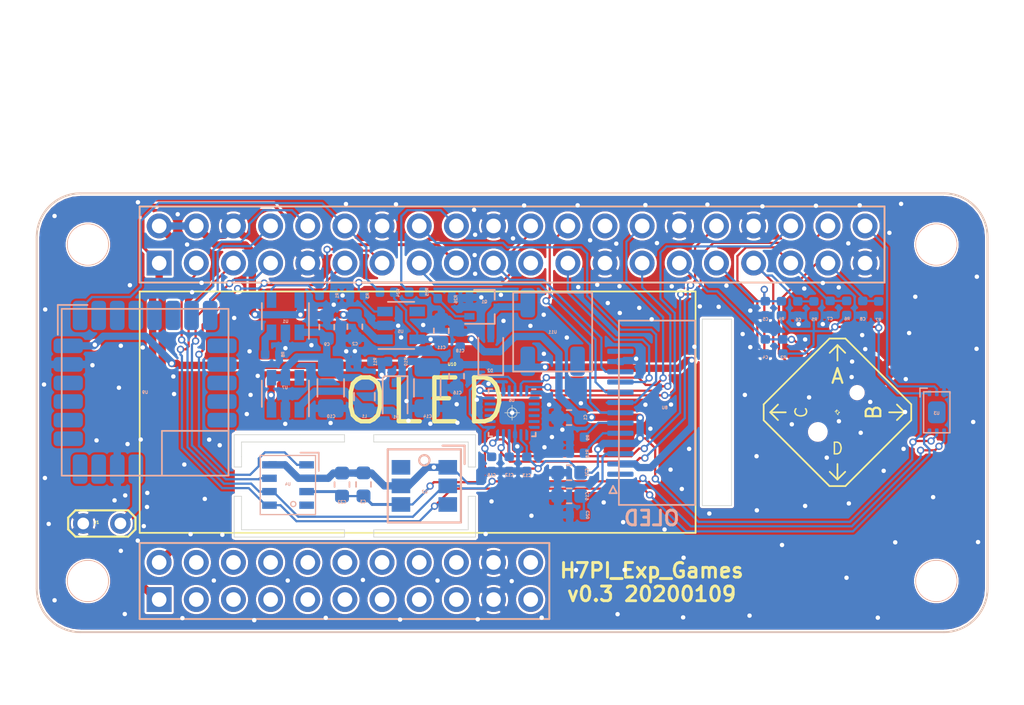
<source format=kicad_pcb>
(kicad_pcb (version 20171130) (host pcbnew "(5.1.4)-1")
  (layers (0 F.Cu signal) (31 B.Cu signal) (34 B.Paste user) (35 F.Paste user) (36 B.SilkS user) (37 F.SilkS user) (38 B.Mask user) (39 F.Mask user) (44 Edge.Cuts user))
  (net 0 "")
  (net 1 GND)
  (net 2 /3V3)
  (net 3 /VBUS)
  (net 4 /A)
  (net 5 /B)
  (net 6 /C)
  (net 7 /D)
  (net 8 /E)
  (net 9 "Net-(C10-Pad1)")
  (net 10 "Net-(C12-Pad1)")
  (net 11 /9V)
  (net 12 /CS)
  (net 13 "Net-(C19-Pad1)")
  (net 14 "Net-(D1-Pad2)")
  (net 15 /MCU_3V3)
  (net 16 /ANT)
  (net 17 /OLED_EN)
  (net 18 /SENSORS_EN)
  (net 19 "Net-(R8-Pad1)")
  (net 20 /IREF)
  (net 21 "Net-(R10-Pad1)")
  (net 22 /DC)
  (net 23 /RES)
  (net 24 /SDA)
  (net 25 /SCL)
  (net 26 /BH_INT)
  (net 27 "Net-(R18-Pad2)")
  (net 28 /ICM_INT1)
  (net 29 /ICM_INT2)
  (net 30 /FSYNC)
  (net 31 /HP_INT0)
  (net 32 /HP_INT1)
  (net 33 /CORE52_BTN)
  (net 34 /SCK)
  (net 35 /MOSI)
  (net 36 /CORE52_RX)
  (net 37 /CORE52_TX)
  (net 38 "Net-(D2-Pad2)")
  (net 39 "Net-(Q1-Pad1)")
  (net 40 /BUZZER)
  (net 41 /SDA1)
  (net 42 /SCL1)
  (module Pinno:Switch_GANGYUAN_KAN0741-0601M1_TACT-SWITCH_8P_7.5x7.5x6mm (layer F.Cu) (at 210.7 77.76 315)
    (fp_text reference K1 (at 0 0 135) (layer F.SilkS) (effects (font (size 0.2 0.2) (thickness 0.05))))
    (fp_text value KAN0741-0601M1)
    (fp_text user D (at 1.75 1.75 180) (layer F.SilkS) (effects (font (size 0.8 0.8) (thickness 0.1))))
    (fp_text user C (at -1.75 1.75 90) (layer F.SilkS) (effects (font (size 0.8 0.8) (thickness 0.1))))
    (fp_text user B (at 1.75 -1.75 90) (layer F.SilkS))
    (fp_text user A (at -1.75 -1.75) (layer F.SilkS))
    (pad MP smd roundrect (at 0 3.9 315) (size 2 1.5) (layers F.Cu F.Paste F.Mask) (net 1 GND))
    (pad MP smd roundrect (at 0 -3.9 315) (size 2 1.5) (layers F.Cu F.Paste F.Mask) (net 1 GND))
    (pad 1 smd roundrect (at -3.5 -1.4 315) (size 1.5 1) (layers F.Cu F.Paste F.Mask) (net 4 /A))
    (pad 2 smd roundrect (at -3.5 0 315) (size 1.5 1) (layers F.Cu F.Paste F.Mask) (net 8 /E))
    (pad 3 smd roundrect (at -3.5 1.4 315) (size 1.5 1) (layers F.Cu F.Paste F.Mask) (net 6 /C))
    (pad 6 smd roundrect (at 3.5 1.4 315) (size 1.5 1) (layers F.Cu F.Paste F.Mask) (net 7 /D))
    (pad 5 smd roundrect (at 3.5 0 315) (size 1.5 1) (layers F.Cu F.Paste F.Mask) (net 1 GND))
    (pad 4 smd roundrect (at 3.5 -1.4 315) (size 1.5 1) (layers F.Cu F.Paste F.Mask) (net 5 /B))
    (pad "" np_thru_hole circle (at 0 -1.9 315) (size 0.75 0.75) (drill 0.75) (layers *.Cu *.Mask))
    (pad "" np_thru_hole circle (at 0 1.9 315) (size 1.05 1.05) (drill 1.05) (layers *.Cu *.Mask))
  )
  (module C_0603_1608Metric (layer B.Cu) (at 192.35 78.12 180)
    (fp_text reference C1 (at -1.12 0.01 90) (layer B.SilkS) (effects (font (size 0.2 0.2) (thickness 0.05)) (justify mirror)))
    (fp_text value 1uF)
    (pad 2 smd roundrect (at 0.7875 0 180) (size 0.875 0.95) (layers B.Cu B.Paste B.Mask) (net 1 GND))
    (pad 1 smd roundrect (at -0.7875 0 180) (size 0.875 0.95) (layers B.Cu B.Paste B.Mask) (net 2 /3V3))
  )
  (module C_0603_1608Metric (layer B.Cu) (at 177.71 71.91 270)
    (fp_text reference C2 (at 1.17 -0.01 180) (layer B.SilkS) (effects (font (size 0.2 0.2) (thickness 0.05)) (justify mirror)))
    (fp_text value 1uF)
    (pad 2 smd roundrect (at 0.7875 0 270) (size 0.875 0.95) (layers B.Cu B.Paste B.Mask) (net 1 GND))
    (pad 1 smd roundrect (at -0.7875 0 270) (size 0.875 0.95) (layers B.Cu B.Paste B.Mask) (net 3 /VBUS))
  )
  (module C_0603_1608Metric (layer B.Cu) (at 178.3 82.69 90)
    (fp_text reference C3 (at -1.18 -0.03 180) (layer B.SilkS) (effects (font (size 0.2 0.2) (thickness 0.05)) (justify mirror)))
    (fp_text value 1uF)
    (pad 2 smd roundrect (at 0.7875 0 90) (size 0.875 0.95) (layers B.Cu B.Paste B.Mask) (net 1 GND))
    (pad 1 smd roundrect (at -0.7875 0 90) (size 0.875 0.95) (layers B.Cu B.Paste B.Mask) (net 2 /3V3))
  )
  (module C_0402_1005Metric (layer B.Cu) (at 205.77 73.26 270)
    (fp_text reference C4 (at 0.74 0 180) (layer B.SilkS) (effects (font (size 0.2 0.2) (thickness 0.05)) (justify mirror)))
    (fp_text value 100nF)
    (pad 1 smd roundrect (at -0.485 0 270) (size 0.59 0.64) (layers B.Cu B.Paste B.Mask) (net 4 /A))
    (pad 2 smd roundrect (at 0.485 0 270) (size 0.59 0.64) (layers B.Cu B.Paste B.Mask) (net 1 GND))
  )
  (module C_0402_1005Metric (layer B.Cu) (at 205.77 70.65 270)
    (fp_text reference C5 (at 0.74 -0.01) (layer B.SilkS) (effects (font (size 0.2 0.2) (thickness 0.05)) (justify mirror)))
    (fp_text value 100nF)
    (pad 1 smd roundrect (at -0.485 0 270) (size 0.59 0.64) (layers B.Cu B.Paste B.Mask) (net 5 /B))
    (pad 2 smd roundrect (at 0.485 0 270) (size 0.59 0.64) (layers B.Cu B.Paste B.Mask) (net 1 GND))
  )
  (module C_0402_1005Metric (layer B.Cu) (at 207.99 70.66 270)
    (fp_text reference C6 (at 0.77 -0.04) (layer B.SilkS) (effects (font (size 0.2 0.2) (thickness 0.05)) (justify mirror)))
    (fp_text value 100nF)
    (pad 1 smd roundrect (at -0.485 0 270) (size 0.59 0.64) (layers B.Cu B.Paste B.Mask) (net 6 /C))
    (pad 2 smd roundrect (at 0.485 0 270) (size 0.59 0.64) (layers B.Cu B.Paste B.Mask) (net 1 GND))
  )
  (module C_0402_1005Metric (layer B.Cu) (at 210.2 70.63 270)
    (fp_text reference C7 (at 0.74 0.01 180) (layer B.SilkS) (effects (font (size 0.2 0.2) (thickness 0.05)) (justify mirror)))
    (fp_text value 100nF)
    (pad 2 smd roundrect (at 0.485 0 270) (size 0.59 0.64) (layers B.Cu B.Paste B.Mask) (net 1 GND))
    (pad 1 smd roundrect (at -0.485 0 270) (size 0.59 0.64) (layers B.Cu B.Paste B.Mask) (net 7 /D))
  )
  (module C_0402_1005Metric (layer B.Cu) (at 212.43 70.635 270)
    (fp_text reference C8 (at 0.745 0 180) (layer B.SilkS) (effects (font (size 0.2 0.2) (thickness 0.05)) (justify mirror)))
    (fp_text value 100nF)
    (pad 1 smd roundrect (at -0.485 0 270) (size 0.59 0.64) (layers B.Cu B.Paste B.Mask) (net 8 /E))
    (pad 2 smd roundrect (at 0.485 0 270) (size 0.59 0.64) (layers B.Cu B.Paste B.Mask) (net 1 GND))
  )
  (module C_0603_1608Metric (layer B.Cu) (at 175.79 71.93 90)
    (fp_text reference C9 (at -1.18 0.01 180) (layer B.SilkS) (effects (font (size 0.2 0.2) (thickness 0.05)) (justify mirror)))
    (fp_text value 1uF)
    (pad 1 smd roundrect (at -0.7875 0 90) (size 0.875 0.95) (layers B.Cu B.Paste B.Mask) (net 9 "Net-(C10-Pad1)"))
    (pad 2 smd roundrect (at 0.7875 0 90) (size 0.875 0.95) (layers B.Cu B.Paste B.Mask) (net 1 GND))
  )
  (module C_1206_3216Metric (layer B.Cu) (at 176.06 76.09 270)
    (fp_text reference C10 (at 1.94 -0.03 180) (layer B.SilkS) (effects (font (size 0.2 0.2) (thickness 0.05)) (justify mirror)))
    (fp_text value 10uF)
    (pad 1 smd roundrect (at -1.4 0 270) (size 1.25 1.75) (layers B.Cu B.Paste B.Mask) (roundrect_rratio 0.2) (net 9 "Net-(C10-Pad1)"))
    (pad 2 smd roundrect (at 1.4 0 270) (size 1.25 1.75) (layers B.Cu B.Paste B.Mask) (roundrect_rratio 0.2) (net 1 GND))
  )
  (module C_0603_1608Metric (layer B.Cu) (at 183.62 72.19 90)
    (fp_text reference C11 (at -1.14 0.01 180) (layer B.SilkS) (effects (font (size 0.2 0.2) (thickness 0.05)) (justify mirror)))
    (fp_text value 1uF)
    (pad 1 smd roundrect (at -0.7875 0 90) (size 0.875 0.95) (layers B.Cu B.Paste B.Mask) (net 2 /3V3))
    (pad 2 smd roundrect (at 0.7875 0 90) (size 0.875 0.95) (layers B.Cu B.Paste B.Mask) (net 1 GND))
  )
  (module C_0402_1005Metric (layer B.Cu) (at 188.26 81.29 270)
    (fp_text reference C12 (at 0.75 -0.01 180) (layer B.SilkS) (effects (font (size 0.2 0.2) (thickness 0.05)) (justify mirror)))
    (fp_text value 100nF)
    (pad 1 smd roundrect (at -0.485 0 270) (size 0.59 0.64) (layers B.Cu B.Paste B.Mask) (net 10 "Net-(C12-Pad1)"))
    (pad 2 smd roundrect (at 0.485 0 270) (size 0.59 0.64) (layers B.Cu B.Paste B.Mask) (net 1 GND))
  )
  (module C_0402_1005Metric (layer B.Cu) (at 189.46 81.29 270)
    (fp_text reference C13 (at 0.78 0 180) (layer B.SilkS) (effects (font (size 0.2 0.2) (thickness 0.05)) (justify mirror)))
    (fp_text value 100nF)
    (pad 2 smd roundrect (at 0.485 0 270) (size 0.59 0.64) (layers B.Cu B.Paste B.Mask) (net 1 GND))
    (pad 1 smd roundrect (at -0.485 0 270) (size 0.59 0.64) (layers B.Cu B.Paste B.Mask) (net 2 /3V3))
  )
  (module C_1206_3216Metric (layer B.Cu) (at 182.66 76.09 270)
    (fp_text reference C14 (at 1.94 -0.02 180) (layer B.SilkS) (effects (font (size 0.2 0.2) (thickness 0.05)) (justify mirror)))
    (fp_text value 10uF)
    (pad 2 smd roundrect (at 1.4 0 270) (size 1.25 1.75) (layers B.Cu B.Paste B.Mask) (roundrect_rratio 0.2) (net 1 GND))
    (pad 1 smd roundrect (at -1.4 0 270) (size 1.25 1.75) (layers B.Cu B.Paste B.Mask) (roundrect_rratio 0.2) (net 11 /9V))
  )
  (module C_0402_1005Metric (layer B.Cu) (at 187.06 81.29 270)
    (fp_text reference C15 (at 0.76 0 180) (layer B.SilkS) (effects (font (size 0.2 0.2) (thickness 0.05)) (justify mirror)))
    (fp_text value 100nF)
    (pad 2 smd roundrect (at 0.485 0 270) (size 0.59 0.64) (layers B.Cu B.Paste B.Mask) (net 1 GND))
    (pad 1 smd roundrect (at -0.485 0 270) (size 0.59 0.64) (layers B.Cu B.Paste B.Mask) (net 2 /3V3))
  )
  (module C_0603_1608Metric (layer B.Cu) (at 184.66 75.29 270)
    (fp_text reference C16 (at 1.13 -0.06 180) (layer B.SilkS) (effects (font (size 0.2 0.2) (thickness 0.05)) (justify mirror)))
    (fp_text value 1uF)
    (pad 2 smd roundrect (at 0.7875 0 270) (size 0.875 0.95) (layers B.Cu B.Paste B.Mask) (net 1 GND))
    (pad 1 smd roundrect (at -0.7875 0 270) (size 0.875 0.95) (layers B.Cu B.Paste B.Mask) (net 11 /9V))
  )
  (module C_0402_1005Metric (layer B.Cu) (at 184.91 72.78 90)
    (fp_text reference C18 (at -0.77 0 180) (layer B.SilkS) (effects (font (size 0.2 0.2) (thickness 0.05)) (justify mirror)))
    (fp_text value 100nF)
    (pad 1 smd roundrect (at -0.485 0 90) (size 0.59 0.64) (layers B.Cu B.Paste B.Mask) (net 11 /9V))
    (pad 2 smd roundrect (at 0.485 0 90) (size 0.59 0.64) (layers B.Cu B.Paste B.Mask) (net 1 GND))
  )
  (module C_0603_1608Metric (layer B.Cu) (at 192.36 83.47 180)
    (fp_text reference C19 (at -1.23 -0.02 90) (layer B.SilkS) (effects (font (size 0.2 0.2) (thickness 0.05)) (justify mirror)))
    (fp_text value 1uF)
    (pad 1 smd roundrect (at -0.7875 0 180) (size 0.875 0.95) (layers B.Cu B.Paste B.Mask) (net 13 "Net-(C19-Pad1)"))
    (pad 2 smd roundrect (at 0.7875 0 180) (size 0.875 0.95) (layers B.Cu B.Paste B.Mask) (net 1 GND))
  )
  (module C_0402_1005Metric (layer B.Cu) (at 192.88 84.77 180)
    (fp_text reference C20 (at -0.76 0 90) (layer B.SilkS) (effects (font (size 0.2 0.2) (thickness 0.05)) (justify mirror)))
    (fp_text value 100nF)
    (pad 2 smd roundrect (at 0.485 0 180) (size 0.59 0.64) (layers B.Cu B.Paste B.Mask) (net 1 GND))
    (pad 1 smd roundrect (at -0.485 0 180) (size 0.59 0.64) (layers B.Cu B.Paste B.Mask) (net 13 "Net-(C19-Pad1)"))
  )
  (module C_0603_1608Metric (layer B.Cu) (at 192.36 81.89 180)
    (fp_text reference C21 (at -1.21 0.01 90) (layer B.SilkS) (effects (font (size 0.2 0.2) (thickness 0.05)) (justify mirror)))
    (fp_text value 1uF)
    (pad 2 smd roundrect (at 0.7875 0 180) (size 0.875 0.95) (layers B.Cu B.Paste B.Mask) (net 1 GND))
    (pad 1 smd roundrect (at -0.7875 0 180) (size 0.875 0.95) (layers B.Cu B.Paste B.Mask) (net 2 /3V3))
  )
  (module C_0603_1608Metric (layer B.Cu) (at 176.83 82.7 90)
    (fp_text reference C22 (at -1.19 0 180) (layer B.SilkS) (effects (font (size 0.2 0.2) (thickness 0.05)) (justify mirror)))
    (fp_text value 1uF)
    (pad 2 smd roundrect (at 0.7875 0 90) (size 0.875 0.95) (layers B.Cu B.Paste B.Mask) (net 1 GND))
    (pad 1 smd roundrect (at -0.7875 0 90) (size 0.875 0.95) (layers B.Cu B.Paste B.Mask) (net 2 /3V3))
  )
  (module D_SOD-323 (layer B.Cu) (at 180.46 76.79 270)
    (fp_text reference D1 (at 1.29 -0.06 180) (layer B.SilkS) (effects (font (size 0.2 0.2) (thickness 0.05)) (justify mirror)))
    (fp_text value 1N5819WS)
    (pad 1 smd rect (at -1.05 0 270) (size 0.6 0.45) (layers B.Cu B.Paste B.Mask) (net 11 /9V))
    (pad 2 smd rect (at 1.05 0 270) (size 0.6 0.45) (layers B.Cu B.Paste B.Mask) (net 14 "Net-(D1-Pad2)"))
  )
  (module L_0805_2012Metric (layer B.Cu) (at 178.36 76.69 270)
    (fp_text reference L1 (at 1.34 0 180) (layer B.SilkS) (effects (font (size 0.2 0.2) (thickness 0.05)) (justify mirror)))
    (fp_text value MPH201214S100MT)
    (pad 1 smd roundrect (at -0.9375 0 270) (size 0.975 1.4) (layers B.Cu B.Paste B.Mask) (net 9 "Net-(C10-Pad1)"))
    (pad 2 smd roundrect (at 0.9375 0 270) (size 0.975 1.4) (layers B.Cu B.Paste B.Mask) (net 14 "Net-(D1-Pad2)"))
  )
  (module R_0402_1005Metric (layer B.Cu) (at 175.78 69.77 180)
    (fp_text reference R1 (at -0.72 -0.01 90) (layer B.SilkS) (effects (font (size 0.2 0.2) (thickness 0.05)) (justify mirror)))
    (fp_text value 470k)
    (pad 2 smd roundrect (at 0.485 0 180) (size 0.59 0.64) (layers B.Cu B.Paste B.Mask) (net 17 /OLED_EN))
    (pad 1 smd roundrect (at -0.485 0 180) (size 0.59 0.64) (layers B.Cu B.Paste B.Mask) (net 1 GND))
  )
  (module R_0402_1005Metric (layer B.Cu) (at 206.97 73.26 270)
    (fp_text reference R2 (at 0.75 -0.03 180) (layer B.SilkS) (effects (font (size 0.2 0.2) (thickness 0.05)) (justify mirror)))
    (fp_text value 470k)
    (pad 1 smd roundrect (at -0.485 0 270) (size 0.59 0.64) (layers B.Cu B.Paste B.Mask) (net 4 /A))
    (pad 2 smd roundrect (at 0.485 0 270) (size 0.59 0.64) (layers B.Cu B.Paste B.Mask) (net 2 /3V3))
  )
  (module R_0402_1005Metric (layer B.Cu) (at 177.86 69.76)
    (fp_text reference R3 (at 0.72 0.03 90) (layer B.SilkS) (effects (font (size 0.2 0.2) (thickness 0.05)) (justify mirror)))
    (fp_text value 470k)
    (pad 1 smd roundrect (at -0.485 0) (size 0.59 0.64) (layers B.Cu B.Paste B.Mask) (net 1 GND))
    (pad 2 smd roundrect (at 0.485 0) (size 0.59 0.64) (layers B.Cu B.Paste B.Mask) (net 18 /SENSORS_EN))
  )
  (module R_0402_1005Metric (layer B.Cu) (at 206.87 70.65 270)
    (fp_text reference R4 (at 0.73 0 180) (layer B.SilkS) (effects (font (size 0.2 0.2) (thickness 0.05)) (justify mirror)))
    (fp_text value 470k)
    (pad 2 smd roundrect (at 0.485 0 270) (size 0.59 0.64) (layers B.Cu B.Paste B.Mask) (net 2 /3V3))
    (pad 1 smd roundrect (at -0.485 0 270) (size 0.59 0.64) (layers B.Cu B.Paste B.Mask) (net 5 /B))
  )
  (module R_0402_1005Metric (layer B.Cu) (at 209.09 70.66 270)
    (fp_text reference R5 (at 0.75 -0.03 180) (layer B.SilkS) (effects (font (size 0.2 0.2) (thickness 0.05)) (justify mirror)))
    (fp_text value 470k)
    (pad 1 smd roundrect (at -0.485 0 270) (size 0.59 0.64) (layers B.Cu B.Paste B.Mask) (net 6 /C))
    (pad 2 smd roundrect (at 0.485 0 270) (size 0.59 0.64) (layers B.Cu B.Paste B.Mask) (net 2 /3V3))
  )
  (module R_0402_1005Metric (layer B.Cu) (at 211.33 70.63 270)
    (fp_text reference R6 (at 0.74 -0.03 180) (layer B.SilkS) (effects (font (size 0.2 0.2) (thickness 0.05)) (justify mirror)))
    (fp_text value 470k)
    (pad 2 smd roundrect (at 0.485 0 270) (size 0.59 0.64) (layers B.Cu B.Paste B.Mask) (net 2 /3V3))
    (pad 1 smd roundrect (at -0.485 0 270) (size 0.59 0.64) (layers B.Cu B.Paste B.Mask) (net 7 /D))
  )
  (module R_0402_1005Metric (layer B.Cu) (at 213.52 70.66 270)
    (fp_text reference R7 (at 0.78 0.02 180) (layer B.SilkS) (effects (font (size 0.2 0.2) (thickness 0.05)) (justify mirror)))
    (fp_text value 470k)
    (pad 1 smd roundrect (at -0.485 0 270) (size 0.59 0.64) (layers B.Cu B.Paste B.Mask) (net 8 /E))
    (pad 2 smd roundrect (at 0.485 0 270) (size 0.59 0.64) (layers B.Cu B.Paste B.Mask) (net 2 /3V3))
  )
  (module R_0402_1005Metric (layer B.Cu) (at 172.06 73.79)
    (fp_text reference R8 (at 0.74 0.01 90) (layer B.SilkS) (effects (font (size 0.2 0.2) (thickness 0.05)) (justify mirror)))
    (fp_text value 10k)
    (pad 1 smd roundrect (at -0.485 0) (size 0.59 0.64) (layers B.Cu B.Paste B.Mask) (net 19 "Net-(R8-Pad1)"))
    (pad 2 smd roundrect (at 0.485 0) (size 0.59 0.64) (layers B.Cu B.Paste B.Mask) (net 1 GND))
  )
  (module R_0402_1005Metric (layer B.Cu) (at 192.89 79.46 180)
    (fp_text reference R9 (at -0.75 -0.03 90) (layer B.SilkS) (effects (font (size 0.2 0.2) (thickness 0.05)) (justify mirror)))
    (fp_text value 510k)
    (pad 1 smd roundrect (at -0.485 0 180) (size 0.59 0.64) (layers B.Cu B.Paste B.Mask) (net 20 /IREF))
    (pad 2 smd roundrect (at 0.485 0 180) (size 0.59 0.64) (layers B.Cu B.Paste B.Mask) (net 1 GND))
  )
  (module R_0402_1005Metric (layer B.Cu) (at 180.46 74.29)
    (fp_text reference R10 (at 0.74 0.02 270) (layer B.SilkS) (effects (font (size 0.2 0.2) (thickness 0.05)) (justify mirror)))
    (fp_text value 470k)
    (pad 1 smd roundrect (at -0.485 0) (size 0.59 0.64) (layers B.Cu B.Paste B.Mask) (net 21 "Net-(R10-Pad1)"))
    (pad 2 smd roundrect (at 0.485 0) (size 0.59 0.64) (layers B.Cu B.Paste B.Mask) (net 11 /9V))
  )
  (module R_0402_1005Metric (layer B.Cu) (at 178.36 74.29 180)
    (fp_text reference R11 (at -0.74 -0.02 90) (layer B.SilkS) (effects (font (size 0.2 0.2) (thickness 0.05)) (justify mirror)))
    (fp_text value 33k)
    (pad 2 smd roundrect (at 0.485 0 180) (size 0.59 0.64) (layers B.Cu B.Paste B.Mask) (net 1 GND))
    (pad 1 smd roundrect (at -0.485 0 180) (size 0.59 0.64) (layers B.Cu B.Paste B.Mask) (net 21 "Net-(R10-Pad1)"))
  )
  (module R_0402_1005Metric (layer B.Cu) (at 192.89 80.55)
    (fp_text reference R18 (at 0.72 0.04 90) (layer B.SilkS) (effects (font (size 0.2 0.2) (thickness 0.05)) (justify mirror)))
    (fp_text value 470k)
    (pad 1 smd roundrect (at -0.485 0) (size 0.59 0.64) (layers B.Cu B.Paste B.Mask) (net 1 GND))
    (pad 2 smd roundrect (at 0.485 0) (size 0.59 0.64) (layers B.Cu B.Paste B.Mask) (net 27 "Net-(R18-Pad2)"))
  )
  (module R_0402_1005Metric (layer B.Cu) (at 179.91 69.55)
    (fp_text reference R24 (at 0.77 0.05 90) (layer B.SilkS) (effects (font (size 0.2 0.2) (thickness 0.05)) (justify mirror)))
    (fp_text value 470k)
    (pad 2 smd roundrect (at 0.485 0) (size 0.59 0.64) (layers B.Cu B.Paste B.Mask) (net 2 /3V3))
    (pad 1 smd roundrect (at -0.485 0) (size 0.59 0.64) (layers B.Cu B.Paste B.Mask) (net 33 /CORE52_BTN))
  )
  (module SOT-23-5 (layer B.Cu) (at 172.96 71.19 90)
    (fp_text reference U1 (at -0.35 0.01 180) (layer B.SilkS) (effects (font (size 0.2 0.2) (thickness 0.05)) (justify mirror)))
    (fp_text value MT9700)
    (pad 5 smd rect (at 1.1 0.95 90) (size 1.06 0.65) (layers B.Cu B.Paste B.Mask) (net 3 /VBUS))
    (pad 4 smd rect (at 1.1 -0.95 90) (size 1.06 0.65) (layers B.Cu B.Paste B.Mask) (net 17 /OLED_EN))
    (pad 3 smd rect (at -1.1 -0.95 90) (size 1.06 0.65) (layers B.Cu B.Paste B.Mask) (net 19 "Net-(R8-Pad1)"))
    (pad 2 smd rect (at -1.1 0 90) (size 1.06 0.65) (layers B.Cu B.Paste B.Mask) (net 1 GND))
    (pad 1 smd rect (at -1.1 0.95 90) (size 1.06 0.65) (layers B.Cu B.Paste B.Mask) (net 9 "Net-(C10-Pad1)"))
  )
  (module Temperature_Humidity_Sensor_ASAIR_AHT10_4x5x1.6mm (layer B.Cu) (at 182.46 82.79 180)
    (fp_text reference U2 (at -0.03 -0.4) (layer B.SilkS) (effects (font (size 0.2 0.2) (thickness 0.05)) (justify mirror)))
    (fp_text value AHT10)
    (pad 1 smd rect (at -1.6 1.27 180) (size 1.27 1) (layers B.Cu B.Paste B.Mask) (net 1 GND))
    (pad 2 smd rect (at -1.6 0 180) (size 1.27 1) (layers B.Cu B.Paste B.Mask) (net 41 /SDA1))
    (pad 3 smd rect (at -1.6 -1.27 180) (size 1.27 1) (layers B.Cu B.Paste B.Mask) (net 42 /SCL1))
    (pad 4 smd rect (at 1.6 -1.27 180) (size 1.27 1) (layers B.Cu B.Paste B.Mask) (net 2 /3V3))
    (pad 5 smd rect (at 1.6 0 180) (size 1.27 1) (layers B.Cu B.Paste B.Mask) (net 1 GND))
    (pad 6 smd rect (at 1.6 1.27 180) (size 1.27 1) (layers B.Cu B.Paste B.Mask))
  )
  (module LightSensor_ROHM_BH1730FVC_WSOF6_2.6X1.6X0.75mm (layer B.Cu) (at 217.49 77.76 270)
    (fp_text reference U3 (at 0.06 0.01) (layer B.SilkS) (effects (font (size 0.2 0.2) (thickness 0.05)) (justify mirror)))
    (fp_text value BH1730FVC-TR)
    (pad 1 smd roundrect (at -1.3 0.5 270) (size 0.4 0.25) (layers B.Cu B.Paste B.Mask) (net 2 /3V3))
    (pad 2 smd roundrect (at -1.3 0 270) (size 0.4 0.25) (layers B.Cu B.Paste B.Mask) (net 26 /BH_INT))
    (pad 3 smd roundrect (at -1.3 -0.5 270) (size 0.4 0.25) (layers B.Cu B.Paste B.Mask) (net 1 GND))
    (pad 4 smd roundrect (at 1.3 -0.5 270) (size 0.4 0.25) (layers B.Cu B.Paste B.Mask) (net 41 /SDA1))
    (pad 5 smd roundrect (at 1.3 0 270) (size 0.4 0.25) (layers B.Cu B.Paste B.Mask) (net 2 /3V3))
    (pad 6 smd roundrect (at 1.3 0.5 270) (size 0.4 0.25) (layers B.Cu B.Paste B.Mask) (net 42 /SCL1))
    (pad 7 smd roundrect (at 0 0 270) (size 1.5 1.2) (layers B.Cu B.Paste B.Mask))
  )
  (module Pinno:Sensor_HP203B_HOPERF_QFN-8_3.8x3.6x1.2mm (layer B.Cu) (at 173.14 82.62 180)
    (fp_text reference U4 (at 0.01 -0.05) (layer B.SilkS) (effects (font (size 0.2 0.2) (thickness 0.05)) (justify mirror)))
    (fp_text value HP203B)
    (pad 8 smd rect (at 1.27 1.27 90) (size 0.5 1) (layers B.Cu B.Paste B.Mask) (net 1 GND))
    (pad 7 smd rect (at 1.27 0.35 90) (size 0.5 1) (layers B.Cu B.Paste B.Mask) (net 31 /HP_INT0))
    (pad 6 smd rect (at 1.27 -0.56 90) (size 0.5 1) (layers B.Cu B.Paste B.Mask) (net 41 /SDA1))
    (pad 5 smd rect (at 1.27 -1.49 270) (size 0.5 1) (layers B.Cu B.Paste B.Mask) (net 42 /SCL1))
    (pad 4 smd rect (at -1.27 -1.49 90) (size 0.5 1) (layers B.Cu B.Paste B.Mask))
    (pad 3 smd rect (at -1.27 -0.56 90) (size 0.5 1) (layers B.Cu B.Paste B.Mask) (net 2 /3V3))
    (pad 2 smd rect (at -1.27 0.35 90) (size 0.5 1) (layers B.Cu B.Paste B.Mask) (net 1 GND))
    (pad 1 smd rect (at -1.27 1.27 90) (size 0.5 1) (layers B.Cu B.Paste B.Mask) (net 32 /HP_INT1))
  )
  (module SOT-23-5 (layer B.Cu) (at 180.87 71.82)
    (fp_text reference U5 (at -0.03 0.41) (layer B.SilkS) (effects (font (size 0.2 0.2) (thickness 0.05)) (justify mirror)))
    (fp_text value ME6215C33M5G)
    (pad 1 smd rect (at -1.1 0.95) (size 1.06 0.65) (layers B.Cu B.Paste B.Mask) (net 3 /VBUS))
    (pad 2 smd rect (at -1.1 0) (size 1.06 0.65) (layers B.Cu B.Paste B.Mask) (net 1 GND))
    (pad 3 smd rect (at -1.1 -0.95) (size 1.06 0.65) (layers B.Cu B.Paste B.Mask) (net 18 /SENSORS_EN))
    (pad 4 smd rect (at 1.1 -0.95) (size 1.06 0.65) (layers B.Cu B.Paste B.Mask))
    (pad 5 smd rect (at 1.1 0.95) (size 1.06 0.65) (layers B.Cu B.Paste B.Mask) (net 2 /3V3))
  )
  (module QFN-24-1EP_3x3mm_P0.4mm_EP1.75x1.6mm (layer B.Cu) (at 188.46 77.79 180)
    (fp_text reference U6 (at 0.03 0.85) (layer B.SilkS) (effects (font (size 0.2 0.2) (thickness 0.05)) (justify mirror)))
    (fp_text value ICM-20648)
    (pad 25 smd roundrect (at 0 0 180) (size 1.75 1.6) (layers B.Cu B.Mask) (roundrect_rratio 0.15625) (net 1 GND))
    (pad 1 smd custom (at -1.5 1 180) (size 0.115147 0.115147) (layers B.Cu B.Paste B.Mask) (options (clearance outline) (anchor circle)) (primitives (gr_poly (pts (xy -0.335 0.06) (xy 0.238431 0.06) (xy 0.335 -0.036569) (xy 0.335 -0.06) (xy -0.335 -0.06)) (width 0.08))))
    (pad 2 smd roundrect (at -1.5 0.6 180) (size 0.75 0.2) (layers B.Cu B.Paste B.Mask))
    (pad 3 smd roundrect (at -1.5 0.2 180) (size 0.75 0.2) (layers B.Cu B.Paste B.Mask))
    (pad 4 smd roundrect (at -1.5 -0.2 180) (size 0.75 0.2) (layers B.Cu B.Paste B.Mask))
    (pad 5 smd roundrect (at -1.5 -0.6 180) (size 0.75 0.2) (layers B.Cu B.Paste B.Mask))
    (pad 6 smd custom (at -1.5 -1 180) (size 0.115147 0.115147) (layers B.Cu B.Paste B.Mask) (options (clearance outline) (anchor circle)) (primitives (gr_poly (pts (xy -0.335 0.06) (xy 0.335 0.06) (xy 0.335 0.036569) (xy 0.238431 -0.06) (xy -0.335 -0.06)) (width 0.08))))
    (pad 7 smd custom (at -1 -1.5 180) (size 0.115147 0.115147) (layers B.Cu B.Paste B.Mask) (options (clearance outline) (anchor circle)) (primitives (gr_poly (pts (xy -0.06 0.238431) (xy 0.036569 0.335) (xy 0.06 0.335) (xy 0.06 -0.335) (xy -0.06 -0.335)) (width 0.08))))
    (pad 8 smd roundrect (at -0.6 -1.5 180) (size 0.2 0.75) (layers B.Cu B.Paste B.Mask) (net 2 /3V3))
    (pad 9 smd roundrect (at -0.2 -1.5 180) (size 0.2 0.75) (layers B.Cu B.Paste B.Mask) (net 1 GND))
    (pad 10 smd roundrect (at 0.2 -1.5 180) (size 0.2 0.75) (layers B.Cu B.Paste B.Mask) (net 10 "Net-(C12-Pad1)"))
    (pad 11 smd roundrect (at 0.6 -1.5 180) (size 0.2 0.75) (layers B.Cu B.Paste B.Mask) (net 30 /FSYNC))
    (pad 12 smd custom (at 1 -1.5 180) (size 0.115147 0.115147) (layers B.Cu B.Paste B.Mask) (net 28 /ICM_INT1) (options (clearance outline) (anchor circle)) (primitives (gr_poly (pts (xy -0.06 0.335) (xy -0.036569 0.335) (xy 0.06 0.238431) (xy 0.06 -0.335) (xy -0.06 -0.335)) (width 0.08))))
    (pad 13 smd custom (at 1.5 -1 180) (size 0.115147 0.115147) (layers B.Cu B.Paste B.Mask) (net 2 /3V3) (options (clearance outline) (anchor circle)) (primitives (gr_poly (pts (xy -0.335 0.06) (xy 0.335 0.06) (xy 0.335 -0.06) (xy -0.238431 -0.06) (xy -0.335 0.036569)) (width 0.08))))
    (pad 14 smd roundrect (at 1.5 -0.6 180) (size 0.75 0.2) (layers B.Cu B.Paste B.Mask))
    (pad 15 smd roundrect (at 1.5 -0.2 180) (size 0.75 0.2) (layers B.Cu B.Paste B.Mask))
    (pad 16 smd roundrect (at 1.5 0.2 180) (size 0.75 0.2) (layers B.Cu B.Paste B.Mask))
    (pad 17 smd roundrect (at 1.5 0.6 180) (size 0.75 0.2) (layers B.Cu B.Paste B.Mask))
    (pad 18 smd custom (at 1.5 1 180) (size 0.115147 0.115147) (layers B.Cu B.Paste B.Mask) (net 1 GND) (options (clearance outline) (anchor circle)) (primitives (gr_poly (pts (xy -0.335 -0.036569) (xy -0.238431 0.06) (xy 0.335 0.06) (xy 0.335 -0.06) (xy -0.335 -0.06)) (width 0.08))))
    (pad 19 smd custom (at 1 1.5 180) (size 0.115147 0.115147) (layers B.Cu B.Paste B.Mask) (net 29 /ICM_INT2) (options (clearance outline) (anchor circle)) (primitives (gr_poly (pts (xy -0.06 0.335) (xy 0.06 0.335) (xy 0.06 -0.238431) (xy -0.036569 -0.335) (xy -0.06 -0.335)) (width 0.08))))
    (pad 20 smd roundrect (at 0.6 1.5 180) (size 0.2 0.75) (layers B.Cu B.Paste B.Mask) (net 1 GND))
    (pad 21 smd roundrect (at 0.2 1.5 180) (size 0.2 0.75) (layers B.Cu B.Paste B.Mask))
    (pad 22 smd roundrect (at -0.2 1.5 180) (size 0.2 0.75) (layers B.Cu B.Paste B.Mask) (net 2 /3V3))
    (pad 23 smd roundrect (at -0.6 1.5 180) (size 0.2 0.75) (layers B.Cu B.Paste B.Mask) (net 25 /SCL))
    (pad 24 smd custom (at -1 1.5 180) (size 0.115147 0.115147) (layers B.Cu B.Paste B.Mask) (net 24 /SDA) (options (clearance outline) (anchor circle)) (primitives (gr_poly (pts (xy -0.06 0.335) (xy 0.06 0.335) (xy 0.06 -0.335) (xy 0.036569 -0.335) (xy -0.06 -0.238431)) (width 0.08))))
  )
  (module SOT-23-6 (layer B.Cu) (at 172.96 76.49 90)
    (fp_text reference U7 (at 0.42 -0.03 180) (layer B.SilkS) (effects (font (size 0.2 0.2) (thickness 0.05)) (justify mirror)))
    (fp_text value MT3608)
    (pad 1 smd rect (at -1.1 0.95 90) (size 1.06 0.65) (layers B.Cu B.Paste B.Mask) (net 14 "Net-(D1-Pad2)"))
    (pad 2 smd rect (at -1.1 0 90) (size 1.06 0.65) (layers B.Cu B.Paste B.Mask) (net 1 GND))
    (pad 3 smd rect (at -1.1 -0.95 90) (size 1.06 0.65) (layers B.Cu B.Paste B.Mask) (net 21 "Net-(R10-Pad1)"))
    (pad 4 smd rect (at 1.1 -0.95 90) (size 1.06 0.65) (layers B.Cu B.Paste B.Mask) (net 9 "Net-(C10-Pad1)"))
    (pad 6 smd rect (at 1.1 0.95 90) (size 1.06 0.65) (layers B.Cu B.Paste B.Mask))
    (pad 5 smd rect (at 1.1 0 90) (size 1.06 0.65) (layers B.Cu B.Paste B.Mask) (net 9 "Net-(C10-Pad1)"))
  )
  (module Module_Bluetooth_HTCTEK_CORE52_12.5X12.5X2mm (layer B.Cu) (at 163.37 76.39 270)
    (fp_text reference U9 (at 0 0) (layer B.SilkS) (effects (font (size 0.2 0.2) (thickness 0.05)) (justify mirror)))
    (fp_text value CORE52)
    (pad 23 smd roundrect (at -3.175 5.255) (size 2 1) (layers B.Cu B.Paste B.Mask) (net 2 /3V3))
    (pad 22 smd roundrect (at -1.905 5.255) (size 2 1) (layers B.Cu B.Paste B.Mask) (net 1 GND))
    (pad 21 smd roundrect (at -0.635 5.255) (size 2 1) (layers B.Cu B.Paste B.Mask))
    (pad 20 smd roundrect (at 0.635 5.255) (size 2 1) (layers B.Cu B.Paste B.Mask))
    (pad 19 smd roundrect (at 1.905 5.255) (size 2 1) (layers B.Cu B.Paste B.Mask))
    (pad 18 smd roundrect (at 3.175 5.255) (size 2 1) (layers B.Cu B.Paste B.Mask))
    (pad 17 smd roundrect (at 5.255 4.445 90) (size 2 1) (layers B.Cu B.Paste B.Mask))
    (pad 16 smd roundrect (at 5.255 3.175 90) (size 2 1) (layers B.Cu B.Paste B.Mask))
    (pad 15 smd roundrect (at 5.255 1.905 90) (size 2 1) (layers B.Cu B.Paste B.Mask) (net 1 GND))
    (pad 14 smd roundrect (at 5.255 0.635 90) (size 2 1) (layers B.Cu B.Paste B.Mask) (net 16 /ANT))
    (pad 13 smd roundrect (at 1.905 -5.255 180) (size 2 1) (layers B.Cu B.Paste B.Mask))
    (pad 12 smd roundrect (at 0.635 -5.255 180) (size 2 1) (layers B.Cu B.Paste B.Mask))
    (pad 11 smd roundrect (at -0.635 -5.255 180) (size 2 1) (layers B.Cu B.Paste B.Mask))
    (pad 10 smd roundrect (at -1.905 -5.255 180) (size 2 1) (layers B.Cu B.Paste B.Mask))
    (pad 9 smd roundrect (at -3.175 -5.255 180) (size 2 1) (layers B.Cu B.Paste B.Mask))
    (pad 8 smd roundrect (at -5.255 -4.445 270) (size 2 1) (layers B.Cu B.Paste B.Mask) (net 36 /CORE52_RX))
    (pad 7 smd roundrect (at -5.255 -3.175 270) (size 2 1) (layers B.Cu B.Paste B.Mask) (net 37 /CORE52_TX))
    (pad 6 smd roundrect (at -5.255 -1.905 270) (size 2 1) (layers B.Cu B.Paste B.Mask))
    (pad 5 smd roundrect (at -5.255 -0.635 270) (size 2 1) (layers B.Cu B.Paste B.Mask))
    (pad 4 smd roundrect (at -5.255 0.635 270) (size 2 1) (layers B.Cu B.Paste B.Mask))
    (pad 3 smd roundrect (at -5.255 1.905 270) (size 2 1) (layers B.Cu B.Paste B.Mask))
    (pad 2 smd roundrect (at -5.255 3.175 270) (size 2 1) (layers B.Cu B.Paste B.Mask))
    (pad 1 smd roundrect (at -5.255 4.445 270) (size 2 1) (layers B.Cu B.Paste B.Mask) (net 33 /CORE52_BTN))
  )
  (module OLED_1.3Inch_128x64Pixels_35.8x17.1x1.43mm (layer F.Cu) (at 198.36 77.79 270)
    (fp_text reference U8 (at -0.35 -0.53) (layer B.SilkS) (effects (font (size 0.2 0.2) (thickness 0.05))))
    (fp_text value OLED_WhiteFont_1.3Inch_128x64Pixels_35.8x17.1mm)
    (pad 1 smd roundrect (at 4.2 2.5) (size 1.8 0.35) (layers B.Cu B.Paste B.Mask))
    (pad 2 smd roundrect (at 3.5 2.5) (size 1.8 0.35) (layers B.Cu B.Paste B.Mask) (net 11 /9V))
    (pad 3 smd roundrect (at 2.8 2.5) (size 1.8 0.35) (layers B.Cu B.Paste B.Mask) (net 13 "Net-(C19-Pad1)"))
    (pad 4 smd roundrect (at 2.1 2.5) (size 1.8 0.35) (layers B.Cu B.Paste B.Mask) (net 2 /3V3))
    (pad 5 smd roundrect (at 1.4 2.5) (size 1.8 0.35) (layers B.Cu B.Paste B.Mask) (net 27 "Net-(R18-Pad2)"))
    (pad 6 smd roundrect (at 0.7 2.5) (size 1.8 0.35) (layers B.Cu B.Paste B.Mask) (net 20 /IREF))
    (pad 7 smd roundrect (at 0 2.5) (size 1.8 0.35) (layers B.Cu B.Paste B.Mask) (net 12 /CS))
    (pad 8 smd roundrect (at -0.7 2.5) (size 1.8 0.35) (layers B.Cu B.Paste B.Mask) (net 23 /RES))
    (pad 9 smd roundrect (at -1.4 2.5) (size 1.8 0.35) (layers B.Cu B.Paste B.Mask) (net 22 /DC))
    (pad 10 smd roundrect (at -2.1 2.5) (size 1.8 0.35) (layers B.Cu B.Paste B.Mask) (net 34 /SCK))
    (pad 11 smd roundrect (at -2.8 2.5) (size 1.8 0.35) (layers B.Cu B.Paste B.Mask) (net 35 /MOSI))
    (pad 12 smd roundrect (at -3.5 2.5) (size 1.8 0.35) (layers B.Cu B.Paste B.Mask) (net 1 GND))
    (pad 13 smd roundrect (at -4.2 2.5) (size 1.8 0.35) (layers B.Cu B.Paste B.Mask))
  )
  (module TestPoint:TestPoint_2Pads_Pitch2.54mm_Drill0.8mm (layer F.Cu) (at 159.14 85.36)
    (fp_text reference J1 (at 0.92 -0.08) (layer F.SilkS) (effects (font (size 0.2 0.2) (thickness 0.05))))
    (fp_text value Header_1x2)
    (pad 1 thru_hole circle (at 0 0) (size 1.4 1.4) (drill 0.8) (layers *.Cu *.Mask) (net 1 GND))
    (pad 2 thru_hole circle (at 2.54 0) (size 1.4 1.4) (drill 0.8) (layers *.Cu *.Mask) (net 16 /ANT))
  )
  (module SOT-323_SC-70 (layer B.Cu) (at 186.54 70.55)
    (fp_text reference Q1 (at 0.02 -0.35) (layer B.SilkS) (effects (font (size 0.2 0.2) (thickness 0.05)) (justify mirror)))
    (fp_text value CJ2102)
    (pad 1 smd rect (at -1 0.65 90) (size 0.45 0.7) (layers B.Cu B.Paste B.Mask) (net 39 "Net-(Q1-Pad1)"))
    (pad 2 smd rect (at -1 -0.65 90) (size 0.45 0.7) (layers B.Cu B.Paste B.Mask) (net 1 GND))
    (pad 3 smd rect (at 1 0 90) (size 0.45 0.7) (layers B.Cu B.Paste B.Mask) (net 38 "Net-(D2-Pad2)"))
  )
  (module R_0402_1005Metric (layer B.Cu) (at 181.905 69.54 180)
    (fp_text reference R25 (at -0.735 0.01 90) (layer B.SilkS) (effects (font (size 0.2 0.2) (thickness 0.05)) (justify mirror)))
    (fp_text value 33k)
    (pad 1 smd roundrect (at -0.485 0 180) (size 0.59 0.64) (layers B.Cu B.Paste B.Mask) (net 39 "Net-(Q1-Pad1)"))
    (pad 2 smd roundrect (at 0.485 0 180) (size 0.59 0.64) (layers B.Cu B.Paste B.Mask) (net 40 /BUZZER))
  )
  (module R_0402_1005Metric (layer B.Cu) (at 183.86 69.98)
    (fp_text reference R26 (at 0.75 0.05 90) (layer B.SilkS) (effects (font (size 0.2 0.2) (thickness 0.05)) (justify mirror)))
    (fp_text value 470k)
    (pad 2 smd roundrect (at 0.485 0) (size 0.59 0.64) (layers B.Cu B.Paste B.Mask) (net 1 GND))
    (pad 1 smd roundrect (at -0.485 0) (size 0.59 0.64) (layers B.Cu B.Paste B.Mask) (net 39 "Net-(Q1-Pad1)"))
  )
  (module Buzzer_KEILKING_KLJ-5018_5X5X1.8mm (layer B.Cu) (at 191.23 72.27 90)
    (fp_text reference U11 (at 0 0 180) (layer B.SilkS) (effects (font (size 0.2 0.2) (thickness 0.05)) (justify mirror)))
    (fp_text value KLJ-5018)
    (pad 1 smd roundrect (at -2 -1.7 90) (size 2 1) (layers B.Cu B.Paste B.Mask) (net 11 /9V))
    (pad 2 smd roundrect (at 2 -1.7 90) (size 2 1) (layers B.Cu B.Paste B.Mask) (net 38 "Net-(D2-Pad2)"))
    (pad 3 smd roundrect (at -2 1.7 90) (size 2 1) (layers B.Cu B.Paste B.Mask))
  )
  (module D_SOD-323 (layer B.Cu) (at 187 73.72 90)
    (fp_text reference D2 (at -1.19 -0.04 180) (layer B.SilkS) (effects (font (size 0.2 0.2) (thickness 0.05)) (justify mirror)))
    (fp_text value 1N5819WS)
    (pad 1 smd rect (at -1.05 0 90) (size 0.6 0.45) (layers B.Cu B.Paste B.Mask) (net 11 /9V))
    (pad 2 smd rect (at 1.05 0 90) (size 0.6 0.45) (layers B.Cu B.Paste B.Mask) (net 38 "Net-(D2-Pad2)"))
  )
  (module Module_H7PI_Exp_65x30mm (layer F.Cu) (at 188.46 77.79 90)
    (fp_text reference U10 (at 3.32 -4.11 180) (layer F.SilkS) (effects (font (size 0.2 0.2) (thickness 0.05))))
    (fp_text value H7PI_Exp)
    (pad 60 thru_hole circle (at 12.77 24.13 90) (size 1.7 1.7) (drill 1) (layers *.Cu *.Mask) (net 26 /BH_INT))
    (pad 59 thru_hole circle (at 10.23 24.13 90) (size 1.7 1.7) (drill 1) (layers *.Cu *.Mask) (net 1 GND))
    (pad 58 thru_hole circle (at 12.77 21.59 90) (size 1.7 1.7) (drill 1) (layers *.Cu *.Mask) (net 28 /ICM_INT1))
    (pad 57 thru_hole circle (at 10.23 21.59 90) (size 1.7 1.7) (drill 1) (layers *.Cu *.Mask) (net 8 /E))
    (pad 56 thru_hole circle (at 12.77 19.05 90) (size 1.7 1.7) (drill 1) (layers *.Cu *.Mask) (net 29 /ICM_INT2))
    (pad 55 thru_hole circle (at 10.23 19.05 90) (size 1.7 1.7) (drill 1) (layers *.Cu *.Mask) (net 7 /D))
    (pad 54 thru_hole circle (at 12.77 16.51 90) (size 1.7 1.7) (drill 1) (layers *.Cu *.Mask) (net 1 GND))
    (pad 53 thru_hole circle (at 10.23 16.51 90) (size 1.7 1.7) (drill 1) (layers *.Cu *.Mask) (net 6 /C))
    (pad 52 thru_hole circle (at 12.77 13.97 90) (size 1.7 1.7) (drill 1) (layers *.Cu *.Mask) (net 30 /FSYNC))
    (pad 51 thru_hole circle (at 10.23 13.97 90) (size 1.7 1.7) (drill 1) (layers *.Cu *.Mask) (net 5 /B))
    (pad 50 thru_hole circle (at 12.77 11.43 90) (size 1.7 1.7) (drill 1) (layers *.Cu *.Mask) (net 1 GND))
    (pad 49 thru_hole circle (at 10.23 11.43 90) (size 1.7 1.7) (drill 1) (layers *.Cu *.Mask) (net 4 /A))
    (pad 48 thru_hole circle (at 12.77 8.89 90) (size 1.7 1.7) (drill 1) (layers *.Cu *.Mask) (net 25 /SCL))
    (pad 47 thru_hole circle (at 10.23 8.89 90) (size 1.7 1.7) (drill 1) (layers *.Cu *.Mask) (net 24 /SDA))
    (pad 46 thru_hole circle (at 12.77 6.35 90) (size 1.7 1.7) (drill 1) (layers *.Cu *.Mask))
    (pad 45 thru_hole circle (at 10.23 6.35 90) (size 1.7 1.7) (drill 1) (layers *.Cu *.Mask) (net 1 GND))
    (pad 44 thru_hole circle (at 12.77 3.81 90) (size 1.7 1.7) (drill 1) (layers *.Cu *.Mask) (net 12 /CS))
    (pad 43 thru_hole circle (at 10.23 3.81 90) (size 1.7 1.7) (drill 1) (layers *.Cu *.Mask) (net 34 /SCK))
    (pad 42 thru_hole circle (at 12.77 1.27 90) (size 1.7 1.7) (drill 1) (layers *.Cu *.Mask) (net 18 /SENSORS_EN))
    (pad 41 thru_hole circle (at 10.23 1.27 90) (size 1.7 1.7) (drill 1) (layers *.Cu *.Mask))
    (pad 40 thru_hole circle (at 12.77 -1.27 90) (size 1.7 1.7) (drill 1) (layers *.Cu *.Mask) (net 1 GND))
    (pad 39 thru_hole circle (at 10.23 -1.27 90) (size 1.7 1.7) (drill 1) (layers *.Cu *.Mask) (net 35 /MOSI))
    (pad 38 thru_hole circle (at 12.77 -3.81 90) (size 1.7 1.7) (drill 1) (layers *.Cu *.Mask) (net 40 /BUZZER))
    (pad 36 thru_hole circle (at 12.77 -6.35 90) (size 1.7 1.7) (drill 1) (layers *.Cu *.Mask) (net 23 /RES))
    (pad 37 thru_hole circle (at 10.23 -3.81 90) (size 1.7 1.7) (drill 1) (layers *.Cu *.Mask) (net 15 /MCU_3V3))
    (pad 35 thru_hole circle (at 10.23 -6.35 90) (size 1.7 1.7) (drill 1) (layers *.Cu *.Mask) (net 22 /DC))
    (pad 34 thru_hole circle (at 12.77 -8.89 90) (size 1.7 1.7) (drill 1) (layers *.Cu *.Mask) (net 1 GND))
    (pad 33 thru_hole circle (at 10.23 -8.89 90) (size 1.7 1.7) (drill 1) (layers *.Cu *.Mask) (net 17 /OLED_EN))
    (pad 32 thru_hole circle (at 12.77 -11.43 90) (size 1.7 1.7) (drill 1) (layers *.Cu *.Mask) (net 33 /CORE52_BTN))
    (pad 31 thru_hole circle (at 10.23 -11.43 90) (size 1.7 1.7) (drill 1) (layers *.Cu *.Mask) (net 32 /HP_INT1))
    (pad 30 thru_hole circle (at 12.77 -13.97 90) (size 1.7 1.7) (drill 1) (layers *.Cu *.Mask) (net 37 /CORE52_TX))
    (pad 29 thru_hole circle (at 10.23 -13.97 90) (size 1.7 1.7) (drill 1) (layers *.Cu *.Mask) (net 1 GND))
    (pad 28 thru_hole circle (at 12.77 -16.51 90) (size 1.7 1.7) (drill 1) (layers *.Cu *.Mask) (net 36 /CORE52_RX))
    (pad 27 thru_hole circle (at 10.23 -16.51 90) (size 1.7 1.7) (drill 1) (layers *.Cu *.Mask) (net 31 /HP_INT0))
    (pad 26 thru_hole circle (at 12.77 -19.05 90) (size 1.7 1.7) (drill 1) (layers *.Cu *.Mask) (net 1 GND))
    (pad 25 thru_hole circle (at 10.23 -19.05 90) (size 1.7 1.7) (drill 1) (layers *.Cu *.Mask) (net 42 /SCL1))
    (pad 24 thru_hole circle (at 12.77 -21.59 90) (size 1.7 1.7) (drill 1) (layers *.Cu *.Mask) (net 3 /VBUS))
    (pad 23 thru_hole circle (at 10.23 -21.59 90) (size 1.7 1.7) (drill 1) (layers *.Cu *.Mask) (net 41 /SDA1))
    (pad 22 thru_hole circle (at 12.77 -24.13 90) (size 1.7 1.7) (drill 1) (layers *.Cu *.Mask) (net 3 /VBUS))
    (pad 21 thru_hole rect (at 10.23 -24.13 90) (size 1.7 1.7) (drill 1) (layers *.Cu *.Mask) (net 15 /MCU_3V3))
    (pad 20 thru_hole circle (at -10.23 -1.27 90) (size 1.7 1.7) (drill 1) (layers *.Cu *.Mask) (net 1 GND))
    (pad 19 thru_hole circle (at -12.77 -1.27 90) (size 1.7 1.7) (drill 1) (layers *.Cu *.Mask) (net 1 GND))
    (pad 18 thru_hole circle (at -10.23 -3.81 90) (size 1.7 1.7) (drill 1) (layers *.Cu *.Mask))
    (pad 17 thru_hole circle (at -12.77 -3.81 90) (size 1.7 1.7) (drill 1) (layers *.Cu *.Mask))
    (pad 16 thru_hole circle (at -10.23 -6.35 90) (size 1.7 1.7) (drill 1) (layers *.Cu *.Mask))
    (pad 15 thru_hole circle (at -12.77 -6.35 90) (size 1.7 1.7) (drill 1) (layers *.Cu *.Mask))
    (pad 14 thru_hole circle (at -10.23 -8.89 90) (size 1.7 1.7) (drill 1) (layers *.Cu *.Mask))
    (pad 13 thru_hole circle (at -12.77 -8.89 90) (size 1.7 1.7) (drill 1) (layers *.Cu *.Mask))
    (pad 12 thru_hole circle (at -10.23 -11.43 90) (size 1.7 1.7) (drill 1) (layers *.Cu *.Mask))
    (pad 11 thru_hole circle (at -12.77 -11.43 90) (size 1.7 1.7) (drill 1) (layers *.Cu *.Mask))
    (pad 10 thru_hole circle (at -10.23 -13.97 90) (size 1.7 1.7) (drill 1) (layers *.Cu *.Mask))
    (pad 9 thru_hole circle (at -12.77 -13.97 90) (size 1.7 1.7) (drill 1) (layers *.Cu *.Mask))
    (pad 8 thru_hole circle (at -10.23 -16.51 90) (size 1.7 1.7) (drill 1) (layers *.Cu *.Mask))
    (pad 7 thru_hole circle (at -12.77 -16.51 90) (size 1.7 1.7) (drill 1) (layers *.Cu *.Mask))
    (pad 6 thru_hole circle (at -10.23 -19.05 90) (size 1.7 1.7) (drill 1) (layers *.Cu *.Mask))
    (pad 5 thru_hole circle (at -12.77 -19.05 90) (size 1.7 1.7) (drill 1) (layers *.Cu *.Mask))
    (pad 4 thru_hole circle (at -10.23 -21.59 90) (size 1.7 1.7) (drill 1) (layers *.Cu *.Mask))
    (pad 3 thru_hole circle (at -12.77 -21.59 90) (size 1.7 1.7) (drill 1) (layers *.Cu *.Mask))
    (pad 2 thru_hole circle (at -10.23 -24.13 90) (size 1.7 1.7) (drill 1) (layers *.Cu *.Mask) (net 3 /VBUS))
    (pad 1 thru_hole rect (at -12.77 -24.13 90) (size 1.7 1.7) (drill 1) (layers *.Cu *.Mask) (net 15 /MCU_3V3))
    (pad "" np_thru_hole circle (at -11.5 -29 90) (size 2.75 2.75) (drill 2.75) (layers *.Cu *.Mask))
    (pad "" np_thru_hole circle (at 11.5 -29 90) (size 2.75 2.75) (drill 2.75) (layers *.Cu *.Mask))
    (pad "" np_thru_hole circle (at 11.5 29 90) (size 2.75 2.75) (drill 2.75) (layers *.Cu *.Mask))
    (pad "" np_thru_hole circle (at -11.5 29 90) (size 2.75 2.75) (drill 2.75) (layers *.Cu *.Mask))
    (pad USBP thru_hole circle (at -10.23 1.27 90) (size 1.7 1.7) (drill 1) (layers *.Cu *.Mask))
    (pad USBN thru_hole circle (at -12.77 1.27 90) (size 1.7 1.7) (drill 1) (layers *.Cu *.Mask))
  )
  (gr_text OLED (at 198 85) (layer B.SilkS) (effects (font (size 1 1) (thickness 0.2)) (justify mirror)))
  (gr_text "H7PI_Exp_Games\nv0.3 20200109" (at 198 89.38) (layer F.SilkS) (effects (font (size 1 1) (thickness 0.2))))
  (gr_text "OLED\n" (at 182.5 77) (layer F.SilkS) (effects (font (size 3 3) (thickness 0.3))))
  (gr_line (start 163 86) (end 163 69.5) (layer F.SilkS) (width 0.12))
  (gr_line (start 201 86) (end 163 86) (layer F.SilkS) (width 0.12))
  (gr_line (start 201 69.5) (end 201 86) (layer F.SilkS) (width 0.12))
  (gr_line (start 193.5 69.5) (end 201 69.5) (layer F.SilkS) (width 0.12))
  (gr_line (start 163 69.5) (end 193.5 69.5) (layer F.SilkS) (width 0.12))
  (gr_line (start 179 86.29) (end 185.96 86.29) (layer Edge.Cuts) (width 0.05))
  (gr_line (start 179 85.79) (end 185.46 85.79) (layer Edge.Cuts) (width 0.05))
  (gr_line (start 179 86.29) (end 179 85.79) (layer Edge.Cuts) (width 0.05))
  (gr_line (start 177 85.79) (end 177 86.29) (layer Edge.Cuts) (width 0.05))
  (gr_line (start 185.46 79.79) (end 185.46 81.5) (layer Edge.Cuts) (width 0.05))
  (gr_line (start 185.96 81.5) (end 185.96 79.29) (layer Edge.Cuts) (width 0.05))
  (gr_line (start 185.96 83.5) (end 185.46 83.5) (layer Edge.Cuts) (width 0.05))
  (gr_line (start 185.46 81.5) (end 185.96 81.5) (layer Edge.Cuts) (width 0.05))
  (gr_line (start 169.96 85.79) (end 169.96 83.5) (layer Edge.Cuts) (width 0.05))
  (gr_line (start 169.46 83.5) (end 169.46 86.29) (layer Edge.Cuts) (width 0.05))
  (gr_line (start 169.46 80.29) (end 169.46 81.5) (layer Edge.Cuts) (width 0.05))
  (gr_line (start 169.96 81.5) (end 169.96 80.79) (layer Edge.Cuts) (width 0.05))
  (gr_line (start 169.46 83.5) (end 169.96 83.5) (layer Edge.Cuts) (width 0.05))
  (gr_line (start 169.46 81.5) (end 169.96 81.5) (layer Edge.Cuts) (width 0.05))
  (gr_line (start 177 79.29) (end 173.96 79.29) (layer Edge.Cuts) (width 0.05))
  (gr_line (start 177 79.79) (end 177 79.29) (layer Edge.Cuts) (width 0.05))
  (gr_line (start 169.96 79.79) (end 177 79.79) (layer Edge.Cuts) (width 0.05))
  (gr_line (start 169.96 80.79) (end 169.96 79.79) (layer Edge.Cuts) (width 0.05))
  (gr_line (start 169.46 79.29) (end 169.46 80.29) (layer Edge.Cuts) (width 0.05))
  (gr_line (start 170.46 85.79) (end 169.96 85.79) (layer Edge.Cuts) (width 0.05))
  (gr_line (start 177 85.79) (end 170.46 85.79) (layer Edge.Cuts) (width 0.05))
  (gr_line (start 185.46 83.5) (end 185.46 85.79) (layer Edge.Cuts) (width 0.05))
  (gr_line (start 179 79.79) (end 185.46 79.79) (layer Edge.Cuts) (width 0.05))
  (gr_line (start 179 79.29) (end 179 79.79) (layer Edge.Cuts) (width 0.05))
  (gr_line (start 185.96 79.29) (end 179 79.29) (layer Edge.Cuts) (width 0.05))
  (gr_line (start 185.96 86.29) (end 185.96 83.5) (layer Edge.Cuts) (width 0.05))
  (gr_line (start 169.46 86.29) (end 177 86.29) (layer Edge.Cuts) (width 0.05))
  (gr_line (start 173.96 79.29) (end 169.46 79.29) (layer Edge.Cuts) (width 0.05))
  (gr_line (start 201.46 84.14) (end 201.46 71.39) (layer Edge.Cuts) (width 0.05))
  (gr_line (start 203.46 84.14) (end 201.46 84.14) (layer Edge.Cuts) (width 0.05))
  (gr_line (start 203.46 71.39) (end 203.46 84.14) (layer Edge.Cuts) (width 0.05))
  (gr_line (start 201.46 71.39) (end 203.46 71.39) (layer Edge.Cuts) (width 0.05))
  (gr_arc (start 158.96 65.79) (end 158.96 62.79) (angle -90) (layer Edge.Cuts) (width 0.05))
  (gr_arc (start 217.96 65.79) (end 220.96 65.79) (angle -90) (layer Edge.Cuts) (width 0.05))
  (gr_arc (start 217.96 89.79) (end 217.96 92.79) (angle -90) (layer Edge.Cuts) (width 0.05))
  (gr_arc (start 158.96 89.79) (end 155.96 89.79) (angle -90) (layer Edge.Cuts) (width 0.05))
  (gr_line (start 158.96 92.79) (end 158.96 92.79) (layer Edge.Cuts) (width 0.05))
  (gr_line (start 155.96 65.79) (end 155.96 89.79) (layer Edge.Cuts) (width 0.05))
  (gr_line (start 217.96 62.79) (end 158.96 62.79) (layer Edge.Cuts) (width 0.05))
  (gr_line (start 220.96 89.79) (end 220.96 65.79) (layer Edge.Cuts) (width 0.05))
  (gr_line (start 158.96 92.79) (end 217.96 92.79) (layer Edge.Cuts) (width 0.05))
  (target plus (at 188.46 77.79) (size 1) (width 0.05) (layer Edge.Cuts))
  (via (at 209.7 71.73) (size 0.5) (drill 0.3) (layers F.Cu B.Cu) (net 1))
  (segment (start 210.2 71.115) (end 210.2 71.23) (width 0.152) (layer B.Cu) (net 1))
  (segment (start 210.2 71.23) (end 209.7 71.73) (width 0.152) (layer B.Cu) (net 1))
  (via (at 204.741488 73.303876) (size 0.5) (drill 0.3) (layers F.Cu B.Cu) (net 1))
  (segment (start 205.328876 73.303876) (end 205.095041 73.303876) (width 0.152) (layer B.Cu) (net 1))
  (via (at 204.741488 70.80445) (size 0.5) (drill 0.3) (layers F.Cu B.Cu) (net 1))
  (segment (start 205.77 71.135) (end 205.072038 71.135) (width 0.152) (layer B.Cu) (net 1))
  (segment (start 204.991487 71.054449) (end 204.741488 70.80445) (width 0.152) (layer B.Cu) (net 1))
  (segment (start 205.072038 71.135) (end 204.991487 71.054449) (width 0.152) (layer B.Cu) (net 1))
  (segment (start 205.095041 73.303876) (end 204.741488 73.303876) (width 0.152) (layer B.Cu) (net 1))
  (segment (start 205.77 73.745) (end 205.328876 73.303876) (width 0.152) (layer B.Cu) (net 1))
  (via (at 208.045049 71.729992) (size 0.5) (drill 0.3) (layers F.Cu B.Cu) (net 1))
  (segment (start 207.99 71.145) (end 207.99 71.674943) (width 0.152) (layer B.Cu) (net 1))
  (segment (start 207.99 71.674943) (end 208.045049 71.729992) (width 0.152) (layer B.Cu) (net 1))
  (via (at 212.39 72.48) (size 0.5) (drill 0.3) (layers F.Cu B.Cu) (net 1))
  (segment (start 212.43 71.12) (end 212.43 72.44) (width 0.152) (layer B.Cu) (net 1))
  (segment (start 212.43 72.44) (end 212.39 72.48) (width 0.152) (layer B.Cu) (net 1))
  (segment (start 204.741488 70.80445) (end 204.741488 73.303876) (width 0.152) (layer F.Cu) (net 1))
  (segment (start 189.46 81.775) (end 188.26 81.775) (width 0.152) (layer B.Cu) (net 1))
  (segment (start 188.26 81.775) (end 187.06 81.775) (width 0.152) (layer B.Cu) (net 1))
  (via (at 159.77 74.54) (size 0.5) (drill 0.3) (layers F.Cu B.Cu) (net 1))
  (segment (start 158.115 74.485) (end 159.715 74.485) (width 0.5) (layer B.Cu) (net 1))
  (segment (start 159.715 74.485) (end 159.77 74.54) (width 0.5) (layer B.Cu) (net 1))
  (segment (start 177.71 74.125) (end 177.875 74.29) (width 0.5) (layer B.Cu) (net 1))
  (via (at 177.71 73.58) (size 0.5) (drill 0.3) (layers F.Cu B.Cu) (net 1))
  (segment (start 177.71 72.6975) (end 177.71 73.58) (width 0.5) (layer B.Cu) (net 1))
  (segment (start 177.71 73.58) (end 177.71 74.125) (width 0.5) (layer B.Cu) (net 1))
  (via (at 180.67 71.84) (size 0.5) (drill 0.3) (layers F.Cu B.Cu) (net 1))
  (segment (start 179.77 71.82) (end 180.65 71.82) (width 0.5) (layer B.Cu) (net 1))
  (segment (start 180.65 71.82) (end 180.67 71.84) (width 0.5) (layer B.Cu) (net 1))
  (segment (start 177.365 69.77) (end 177.375 69.76) (width 0.5) (layer B.Cu) (net 1))
  (segment (start 176.265 69.77) (end 176.87 69.77) (width 0.5) (layer B.Cu) (net 1))
  (segment (start 176.265 70.6675) (end 176.265 70.405) (width 0.5) (layer B.Cu) (net 1))
  (segment (start 175.79 71.1425) (end 176.265 70.6675) (width 0.5) (layer B.Cu) (net 1))
  (via (at 172.95 78.55) (size 0.5) (drill 0.3) (layers F.Cu B.Cu) (net 1))
  (segment (start 172.96 77.59) (end 172.96 78.54) (width 0.5) (layer B.Cu) (net 1))
  (segment (start 172.96 78.54) (end 172.95 78.55) (width 0.5) (layer B.Cu) (net 1))
  (via (at 176.05 78.49) (size 0.5) (drill 0.3) (layers F.Cu B.Cu) (net 1))
  (segment (start 176.06 77.49) (end 176.06 78.48) (width 0.5) (layer B.Cu) (net 1))
  (segment (start 176.06 78.48) (end 176.05 78.49) (width 0.5) (layer B.Cu) (net 1))
  (segment (start 172.96 73.375) (end 172.96 72.29) (width 0.5) (layer B.Cu) (net 1))
  (segment (start 172.545 73.79) (end 172.96 73.375) (width 0.5) (layer B.Cu) (net 1))
  (via (at 172.96 73.375) (size 0.5) (drill 0.3) (layers F.Cu B.Cu) (net 1))
  (segment (start 173.856398 82.27) (end 174.41 82.27) (width 0.5) (layer B.Cu) (net 1))
  (segment (start 172.936398 81.35) (end 173.856398 82.27) (width 0.5) (layer B.Cu) (net 1))
  (segment (start 171.87 81.35) (end 172.936398 81.35) (width 0.5) (layer B.Cu) (net 1))
  (segment (start 178.29 81.9125) (end 178.3 81.9025) (width 0.5) (layer B.Cu) (net 1))
  (segment (start 174.41 82.27) (end 174.93 82.27) (width 0.5) (layer B.Cu) (net 1))
  (segment (start 182.64 81.52) (end 183.11 81.52) (width 0.5) (layer B.Cu) (net 1))
  (segment (start 180.86 82.79) (end 181.37 82.79) (width 0.5) (layer B.Cu) (net 1))
  (segment (start 181.37 82.79) (end 182.64 81.52) (width 0.5) (layer B.Cu) (net 1))
  (segment (start 183.11 81.52) (end 184.06 81.52) (width 0.5) (layer B.Cu) (net 1))
  (via (at 183.11 81.52) (size 0.5) (drill 0.3) (layers F.Cu B.Cu) (net 1))
  (segment (start 174.41 82.27) (end 175.89 82.27) (width 0.5) (layer B.Cu) (net 1))
  (segment (start 185.46 69.98) (end 185.54 69.9) (width 0.5) (layer B.Cu) (net 1))
  (segment (start 184.345 69.98) (end 185.46 69.98) (width 0.5) (layer B.Cu) (net 1))
  (via (at 186.35 69.9) (size 0.5) (drill 0.3) (layers F.Cu B.Cu) (net 1))
  (segment (start 185.54 69.9) (end 186.35 69.9) (width 0.5) (layer B.Cu) (net 1))
  (segment (start 188.66 77.99) (end 188.46 77.79) (width 0.152) (layer B.Cu) (net 1))
  (segment (start 188.66 79.29) (end 188.66 77.99) (width 0.152) (layer B.Cu) (net 1))
  (via (at 161.71 73.21) (size 0.5) (drill 0.3) (layers F.Cu B.Cu) (net 1))
  (via (at 163.21 73.33) (size 0.5) (drill 0.3) (layers F.Cu B.Cu) (net 1))
  (via (at 161.58 76.08) (size 0.5) (drill 0.3) (layers F.Cu B.Cu) (net 1))
  (via (at 160.05 79.68) (size 0.5) (drill 0.3) (layers F.Cu B.Cu) (net 1))
  (via (at 163.07 79.62) (size 0.5) (drill 0.3) (layers F.Cu B.Cu) (net 1))
  (via (at 156.52 82.25) (size 0.5) (drill 0.3) (layers F.Cu B.Cu) (net 1))
  (via (at 156.46 75.86) (size 0.5) (drill 0.3) (layers F.Cu B.Cu) (net 1))
  (via (at 156.54 70.73) (size 0.5) (drill 0.3) (layers F.Cu B.Cu) (net 1))
  (via (at 157.18 64.34) (size 0.5) (drill 0.3) (layers F.Cu B.Cu) (net 1))
  (via (at 162.88 63.4) (size 0.5) (drill 0.3) (layers F.Cu B.Cu) (net 1))
  (via (at 162.33 69.07) (size 0.5) (drill 0.3) (layers F.Cu B.Cu) (net 1))
  (via (at 157.18 90.61) (size 0.5) (drill 0.3) (layers F.Cu B.Cu) (net 1))
  (via (at 161.98 91.55) (size 0.5) (drill 0.3) (layers F.Cu B.Cu) (net 1))
  (via (at 161.71 87.23) (size 0.5) (drill 0.3) (layers F.Cu B.Cu) (net 1))
  (via (at 156.78 85.39) (size 0.5) (drill 0.3) (layers F.Cu B.Cu) (net 1))
  (via (at 162.01 83.44) (size 0.5) (drill 0.3) (layers F.Cu B.Cu) (net 1))
  (via (at 163.52 83.27) (size 0.5) (drill 0.3) (layers F.Cu B.Cu) (net 1))
  (via (at 162.17 79.93) (size 0.5) (drill 0.3) (layers F.Cu B.Cu) (net 1))
  (via (at 163.5 84.23) (size 0.5) (drill 0.3) (layers F.Cu B.Cu) (net 1))
  (via (at 163.28 85.54) (size 0.5) (drill 0.3) (layers F.Cu B.Cu) (net 1))
  (via (at 162.87 86.53) (size 0.5) (drill 0.3) (layers F.Cu B.Cu) (net 1))
  (via (at 161.28 83.78) (size 0.5) (drill 0.3) (layers F.Cu B.Cu) (net 1))
  (segment (start 186.96 76.79) (end 186.152862 76.79) (width 0.152) (layer B.Cu) (net 1))
  (segment (start 186.152862 76.79) (end 186.04672 76.896142) (width 0.152) (layer B.Cu) (net 1))
  (segment (start 187.86 75.815) (end 187.73199 75.68699) (width 0.152) (layer B.Cu) (net 1))
  (segment (start 187.86 76.29) (end 187.86 75.815) (width 0.152) (layer B.Cu) (net 1))
  (via (at 186.846418 75.81199) (size 0.5) (drill 0.3) (layers F.Cu B.Cu) (net 1))
  (segment (start 187.73199 75.68699) (end 186.971418 75.68699) (width 0.152) (layer B.Cu) (net 1))
  (via (at 186.04672 76.896142) (size 0.5) (drill 0.3) (layers F.Cu B.Cu) (net 1))
  (segment (start 186.971418 75.68699) (end 186.846418 75.81199) (width 0.152) (layer B.Cu) (net 1))
  (segment (start 188.66 79.29) (end 188.66 79.940033) (width 0.152) (layer B.Cu) (net 1))
  (via (at 188.811969 80.092002) (size 0.5) (drill 0.3) (layers F.Cu B.Cu) (net 1))
  (segment (start 188.66 79.940033) (end 188.811969 80.092002) (width 0.152) (layer B.Cu) (net 1))
  (segment (start 191.5625 78.12) (end 191.5625 78.6175) (width 0.5) (layer B.Cu) (net 1))
  (segment (start 192.405 79.46) (end 192.405 80.55) (width 0.5) (layer B.Cu) (net 1))
  (via (at 191.8925 78.9475) (size 0.5) (drill 0.3) (layers F.Cu B.Cu) (net 1))
  (segment (start 191.5625 78.6175) (end 191.8925 78.9475) (width 0.5) (layer B.Cu) (net 1))
  (segment (start 191.8925 78.9475) (end 192.405 79.46) (width 0.5) (layer B.Cu) (net 1))
  (via (at 198 71.4) (size 0.5) (drill 0.3) (layers F.Cu B.Cu) (net 1))
  (via (at 195.82 70.97) (size 0.5) (drill 0.3) (layers F.Cu B.Cu) (net 1))
  (via (at 195.8 69.14) (size 0.5) (drill 0.3) (layers F.Cu B.Cu) (net 1))
  (via (at 194.28 69.04) (size 0.5) (drill 0.3) (layers F.Cu B.Cu) (net 1))
  (via (at 195.58 66.23) (size 0.5) (drill 0.3) (layers F.Cu B.Cu) (net 1))
  (via (at 193.79 66) (size 0.5) (drill 0.3) (layers F.Cu B.Cu) (net 1))
  (via (at 190.63 73.76) (size 0.5) (drill 0.3) (layers F.Cu B.Cu) (net 1))
  (via (at 192.2 72.65) (size 0.5) (drill 0.3) (layers F.Cu B.Cu) (net 1))
  (via (at 189.71 71.85) (size 0.5) (drill 0.3) (layers F.Cu B.Cu) (net 1))
  (via (at 187.87 71.51) (size 0.5) (drill 0.3) (layers F.Cu B.Cu) (net 1))
  (via (at 187.69 69.73) (size 0.5) (drill 0.3) (layers F.Cu B.Cu) (net 1))
  (via (at 190.62 71.09) (size 0.5) (drill 0.3) (layers F.Cu B.Cu) (net 1))
  (via (at 182.38 71.79) (size 0.5) (drill 0.3) (layers F.Cu B.Cu) (net 1))
  (segment (start 183.62 71.4025) (end 183.2325 71.79) (width 0.5) (layer B.Cu) (net 1))
  (segment (start 183.2325 71.79) (end 182.38 71.79) (width 0.5) (layer B.Cu) (net 1))
  (segment (start 184.0175 71.4025) (end 184.91 72.295) (width 0.5) (layer B.Cu) (net 1))
  (segment (start 183.62 71.4025) (end 184.0175 71.4025) (width 0.5) (layer B.Cu) (net 1))
  (segment (start 196.10571 74.04429) (end 196.88355 74.04429) (width 0.152) (layer B.Cu) (net 1))
  (segment (start 196.88355 74.04429) (end 196.93725 74.09799) (width 0.152) (layer B.Cu) (net 1))
  (segment (start 195.86 74.29) (end 196.10571 74.04429) (width 0.152) (layer B.Cu) (net 1))
  (via (at 196.93725 74.09799) (size 0.5) (drill 0.3) (layers F.Cu B.Cu) (net 1))
  (segment (start 184.06 81.52) (end 184.33219 81.52) (width 0.152) (layer B.Cu) (net 1))
  (segment (start 186.215 82.62) (end 187.06 81.775) (width 0.152) (layer B.Cu) (net 1))
  (segment (start 184.33219 81.52) (end 185.43219 82.62) (width 0.152) (layer B.Cu) (net 1))
  (segment (start 185.43219 82.62) (end 186.215 82.62) (width 0.152) (layer B.Cu) (net 1))
  (via (at 165.92 91.83) (size 0.5) (drill 0.3) (layers F.Cu B.Cu) (net 1))
  (via (at 170.83 91.97) (size 0.5) (drill 0.3) (layers F.Cu B.Cu) (net 1))
  (via (at 175.72 91.81) (size 0.5) (drill 0.3) (layers F.Cu B.Cu) (net 1))
  (via (at 180.8 91.93) (size 0.5) (drill 0.3) (layers F.Cu B.Cu) (net 1))
  (via (at 186.11 91.91) (size 0.5) (drill 0.3) (layers F.Cu B.Cu) (net 1))
  (via (at 190.48 91.8) (size 0.5) (drill 0.3) (layers F.Cu B.Cu) (net 1))
  (via (at 195.67 91.56) (size 0.5) (drill 0.3) (layers F.Cu B.Cu) (net 1))
  (via (at 192.83 88.54) (size 0.5) (drill 0.3) (layers F.Cu B.Cu) (net 1))
  (via (at 189.78 84.83) (size 0.5) (drill 0.3) (layers F.Cu B.Cu) (net 1))
  (via (at 186.65 86.08) (size 0.5) (drill 0.3) (layers F.Cu B.Cu) (net 1))
  (via (at 196.05 85.27) (size 0.5) (drill 0.3) (layers F.Cu B.Cu) (net 1))
  (via (at 200.18 87.7) (size 0.5) (drill 0.3) (layers F.Cu B.Cu) (net 1))
  (via (at 204.69 91.66) (size 0.5) (drill 0.3) (layers F.Cu B.Cu) (net 1))
  (via (at 206.91 86.83) (size 0.5) (drill 0.3) (layers F.Cu B.Cu) (net 1))
  (via (at 213.46 91.8) (size 0.5) (drill 0.3) (layers F.Cu B.Cu) (net 1))
  (via (at 214.65 86.65) (size 0.5) (drill 0.3) (layers F.Cu B.Cu) (net 1))
  (via (at 220.31 86.63) (size 0.5) (drill 0.3) (layers F.Cu B.Cu) (net 1))
  (via (at 217.24 83.56) (size 0.5) (drill 0.3) (layers F.Cu B.Cu) (net 1))
  (via (at 219.98 78.42) (size 0.5) (drill 0.3) (layers F.Cu B.Cu) (net 1))
  (via (at 220.21 73.42) (size 0.5) (drill 0.3) (layers F.Cu B.Cu) (net 1))
  (via (at 215.6 72.34) (size 0.5) (drill 0.3) (layers F.Cu B.Cu) (net 1))
  (via (at 220.23 68.49) (size 0.5) (drill 0.3) (layers F.Cu B.Cu) (net 1))
  (via (at 215.05 63.51) (size 0.5) (drill 0.3) (layers F.Cu B.Cu) (net 1))
  (via (at 214.25 65.49) (size 0.5) (drill 0.3) (layers F.Cu B.Cu) (net 1))
  (via (at 216.02 69.86) (size 0.5) (drill 0.3) (layers F.Cu B.Cu) (net 1))
  (via (at 215.37 75.49) (size 0.5) (drill 0.3) (layers F.Cu B.Cu) (net 1))
  (via (at 215.32 77.74) (size 0.5) (drill 0.3) (layers F.Cu B.Cu) (net 1))
  (via (at 212.94 77.05) (size 0.5) (drill 0.3) (layers F.Cu B.Cu) (net 1))
  (via (at 215.22 80.26) (size 0.5) (drill 0.3) (layers F.Cu B.Cu) (net 1))
  (via (at 213.86 81.76) (size 0.5) (drill 0.3) (layers F.Cu B.Cu) (net 1))
  (via (at 211.48 83.99) (size 0.5) (drill 0.3) (layers F.Cu B.Cu) (net 1))
  (via (at 208.49 84.16) (size 0.5) (drill 0.3) (layers F.Cu B.Cu) (net 1))
  (via (at 205.19 84.46) (size 0.5) (drill 0.3) (layers F.Cu B.Cu) (net 1))
  (via (at 200.06 83) (size 0.5) (drill 0.3) (layers F.Cu B.Cu) (net 1))
  (via (at 200.56 80.26) (size 0.5) (drill 0.3) (layers F.Cu B.Cu) (net 1))
  (via (at 205.17 80.76) (size 0.5) (drill 0.3) (layers F.Cu B.Cu) (net 1))
  (via (at 204.37 76.57) (size 0.5) (drill 0.3) (layers F.Cu B.Cu) (net 1))
  (via (at 207.58 78.58) (size 0.5) (drill 0.3) (layers F.Cu B.Cu) (net 1))
  (via (at 209.97 80.86) (size 0.5) (drill 0.3) (layers F.Cu B.Cu) (net 1))
  (via (at 210.8 78.37) (size 0.5) (drill 0.3) (layers F.Cu B.Cu) (net 1))
  (via (at 212.29 79.16) (size 0.5) (drill 0.3) (layers F.Cu B.Cu) (net 1))
  (via (at 208.76 76.74) (size 0.5) (drill 0.3) (layers F.Cu B.Cu) (net 1))
  (via (at 211.67 75.35) (size 0.5) (drill 0.3) (layers F.Cu B.Cu) (net 1))
  (via (at 212.6 73.44) (size 0.5) (drill 0.3) (layers F.Cu B.Cu) (net 1))
  (via (at 211.7 74.29) (size 0.5) (drill 0.3) (layers F.Cu B.Cu) (net 1))
  (via (at 208.49 72.78) (size 0.5) (drill 0.3) (layers F.Cu B.Cu) (net 1))
  (via (at 204.22 72.41) (size 0.5) (drill 0.3) (layers F.Cu B.Cu) (net 1))
  (via (at 201.29 70.52) (size 0.5) (drill 0.3) (layers F.Cu B.Cu) (net 1))
  (via (at 203.11 69.1) (size 0.5) (drill 0.3) (layers F.Cu B.Cu) (net 1))
  (via (at 211.44 66.21) (size 0.5) (drill 0.3) (layers F.Cu B.Cu) (net 1))
  (via (at 166.48 86.09) (size 0.5) (drill 0.3) (layers F.Cu B.Cu) (net 1))
  (via (at 168.65 86.13) (size 0.5) (drill 0.3) (layers F.Cu B.Cu) (net 1))
  (via (at 166.05 81.33) (size 0.5) (drill 0.3) (layers F.Cu B.Cu) (net 1))
  (via (at 167.45 83.68) (size 0.5) (drill 0.3) (layers F.Cu B.Cu) (net 1))
  (via (at 168.47 80.01) (size 0.5) (drill 0.3) (layers F.Cu B.Cu) (net 1))
  (via (at 167.75 79.63) (size 0.5) (drill 0.3) (layers F.Cu B.Cu) (net 1))
  (via (at 177.1 63.52) (size 0.5) (drill 0.3) (layers F.Cu B.Cu) (net 1))
  (via (at 180.52 63.54) (size 0.5) (drill 0.3) (layers F.Cu B.Cu) (net 1))
  (via (at 170.32 77.88) (size 0.5) (drill 0.3) (layers F.Cu B.Cu) (net 1))
  (via (at 171.07 75.27) (size 0.5) (drill 0.3) (layers F.Cu B.Cu) (net 1))
  (via (at 170.51 73.59) (size 0.5) (drill 0.3) (layers F.Cu B.Cu) (net 1))
  (via (at 169.46 71.31) (size 0.5) (drill 0.3) (layers F.Cu B.Cu) (net 1))
  (via (at 181.24 76.99) (size 0.5) (drill 0.3) (layers F.Cu B.Cu) (net 1))
  (via (at 184.67 77.21) (size 0.5) (drill 0.3) (layers F.Cu B.Cu) (net 1))
  (via (at 184.72 78.47) (size 0.5) (drill 0.3) (layers F.Cu B.Cu) (net 1))
  (via (at 182.87 78.54) (size 0.5) (drill 0.3) (layers F.Cu B.Cu) (net 1))
  (via (at 181.37 78.34) (size 0.5) (drill 0.3) (layers F.Cu B.Cu) (net 1))
  (via (at 191.18 79.45) (size 0.5) (drill 0.3) (layers F.Cu B.Cu) (net 1))
  (via (at 190.67 80.15) (size 0.5) (drill 0.3) (layers F.Cu B.Cu) (net 1))
  (via (at 190.99 77.24) (size 0.5) (drill 0.3) (layers F.Cu B.Cu) (net 1))
  (via (at 188.46 77.79) (size 0.5) (drill 0.3) (layers F.Cu B.Cu) (net 1))
  (via (at 197.15 70.62) (size 0.5) (drill 0.3) (layers F.Cu B.Cu) (net 1))
  (via (at 193.16 77.14) (size 0.5) (drill 0.3) (layers F.Cu B.Cu) (net 1))
  (via (at 197.57 77.24) (size 0.5) (drill 0.3) (layers F.Cu B.Cu) (net 1))
  (via (at 197.91 78.88) (size 0.5) (drill 0.3) (layers F.Cu B.Cu) (net 1))
  (via (at 199.32 77.23) (size 0.5) (drill 0.3) (layers F.Cu B.Cu) (net 1))
  (via (at 195 70.29) (size 0.5) (drill 0.3) (layers F.Cu B.Cu) (net 1))
  (via (at 192.98 69.2) (size 0.5) (drill 0.3) (layers F.Cu B.Cu) (net 1))
  (via (at 187.05 83.85) (size 0.5) (drill 0.3) (layers F.Cu B.Cu) (net 1))
  (via (at 180.87 72.64) (size 0.5) (drill 0.3) (layers F.Cu B.Cu) (net 1))
  (via (at 177.12 73.59) (size 0.5) (drill 0.3) (layers F.Cu B.Cu) (net 1))
  (segment (start 176.265 70.405) (end 176.265 69.77) (width 0.5) (layer B.Cu) (net 1))
  (via (at 176.265 70.405) (size 0.5) (drill 0.3) (layers F.Cu B.Cu) (net 1))
  (via (at 174.74 73.17) (size 0.5) (drill 0.3) (layers F.Cu B.Cu) (net 1))
  (segment (start 176.87 69.77) (end 177.365 69.77) (width 0.5) (layer B.Cu) (net 1))
  (via (at 176.87 69.77) (size 0.5) (drill 0.3) (layers F.Cu B.Cu) (net 1))
  (segment (start 178.8475 81.9125) (end 177.7475 81.9125) (width 0.5) (layer B.Cu) (net 1))
  (segment (start 179.725 82.79) (end 178.8475 81.9125) (width 0.5) (layer B.Cu) (net 1))
  (segment (start 180.86 82.79) (end 179.725 82.79) (width 0.5) (layer B.Cu) (net 1))
  (segment (start 176.83 81.9125) (end 177.7475 81.9125) (width 0.5) (layer B.Cu) (net 1))
  (segment (start 177.7475 81.9125) (end 178.29 81.9125) (width 0.5) (layer B.Cu) (net 1))
  (segment (start 176.2475 81.9125) (end 175.89 82.27) (width 0.5) (layer B.Cu) (net 1))
  (segment (start 176.83 81.9125) (end 176.2475 81.9125) (width 0.5) (layer B.Cu) (net 1))
  (via (at 200.15 91.78) (size 0.5) (drill 0.3) (layers F.Cu B.Cu) (net 1))
  (via (at 166.58 69.55) (size 0.5) (drill 0.3) (layers F.Cu B.Cu) (net 1))
  (via (at 167.23 68.91) (size 0.5) (drill 0.3) (layers F.Cu B.Cu) (net 1))
  (via (at 166.24 66.29) (size 0.5) (drill 0.3) (layers F.Cu B.Cu) (net 1))
  (via (at 165.6 64.22) (size 0.5) (drill 0.3) (layers F.Cu B.Cu) (net 1))
  (via (at 165.35 76.51) (size 0.5) (drill 0.3) (layers F.Cu B.Cu) (net 1))
  (via (at 165.3 75.31) (size 0.5) (drill 0.3) (layers F.Cu B.Cu) (net 1))
  (via (at 170.58 76.57) (size 0.5) (drill 0.3) (layers F.Cu B.Cu) (net 1))
  (via (at 168.07 89.26) (size 0.5) (drill 0.3) (layers F.Cu B.Cu) (net 1))
  (via (at 173.12 89.26) (size 0.5) (drill 0.3) (layers F.Cu B.Cu) (net 1))
  (via (at 178.26 89.22) (size 0.5) (drill 0.3) (layers F.Cu B.Cu) (net 1))
  (via (at 183.36 89.26) (size 0.5) (drill 0.3) (layers F.Cu B.Cu) (net 1))
  (via (at 188.43 89.3) (size 0.5) (drill 0.3) (layers F.Cu B.Cu) (net 1))
  (via (at 185.9 67.01) (size 0.5) (drill 0.3) (layers F.Cu B.Cu) (net 1))
  (via (at 185.93 65.62) (size 0.5) (drill 0.3) (layers F.Cu B.Cu) (net 1))
  (via (at 188.52 65.87) (size 0.5) (drill 0.3) (layers F.Cu B.Cu) (net 1))
  (via (at 185.93 68.29) (size 0.5) (drill 0.3) (layers F.Cu B.Cu) (net 1))
  (via (at 198.36 66.19) (size 0.5) (drill 0.3) (layers F.Cu B.Cu) (net 1))
  (via (at 199.37 69.15) (size 0.5) (drill 0.3) (layers F.Cu B.Cu) (net 1))
  (via (at 202.58 70.55) (size 0.5) (drill 0.3) (layers F.Cu B.Cu) (net 1))
  (via (at 198.88 85.77) (size 0.5) (drill 0.3) (layers F.Cu B.Cu) (net 1))
  (via (at 194.72 83.92) (size 0.5) (drill 0.3) (layers F.Cu B.Cu) (net 1))
  (via (at 196.15 88.53) (size 0.5) (drill 0.3) (layers F.Cu B.Cu) (net 1))
  (via (at 201.94 84.68) (size 0.5) (drill 0.3) (layers F.Cu B.Cu) (net 1))
  (via (at 210.79 69.22) (size 0.5) (drill 0.3) (layers F.Cu B.Cu) (net 1))
  (via (at 209.7 68.92) (size 0.5) (drill 0.3) (layers F.Cu B.Cu) (net 1))
  (via (at 208.43 69.3) (size 0.5) (drill 0.3) (layers F.Cu B.Cu) (net 1))
  (via (at 200.92 73.28) (size 0.5) (drill 0.3) (layers F.Cu B.Cu) (net 1))
  (via (at 199.29 81.68) (size 0.5) (drill 0.3) (layers F.Cu B.Cu) (net 1))
  (via (at 185.86 63.92) (size 0.5) (drill 0.3) (layers F.Cu B.Cu) (net 1))
  (via (at 189.28 63.62) (size 0.5) (drill 0.3) (layers F.Cu B.Cu) (net 1))
  (via (at 192.94 63.61) (size 0.5) (drill 0.3) (layers F.Cu B.Cu) (net 1))
  (via (at 197.57 63.59) (size 0.5) (drill 0.3) (layers F.Cu B.Cu) (net 1))
  (via (at 201.81 63.56) (size 0.5) (drill 0.3) (layers F.Cu B.Cu) (net 1))
  (via (at 205.57 63.68) (size 0.5) (drill 0.3) (layers F.Cu B.Cu) (net 1))
  (via (at 209.23 63.64) (size 0.5) (drill 0.3) (layers F.Cu B.Cu) (net 1))
  (via (at 212.22 63.61) (size 0.5) (drill 0.3) (layers F.Cu B.Cu) (net 1))
  (via (at 211.32 89.07) (size 0.5) (drill 0.3) (layers F.Cu B.Cu) (net 1))
  (segment (start 206.87 71.135) (end 206.87 71.63) (width 0.152) (layer B.Cu) (net 2))
  (segment (start 206.87 71.63) (end 207.448002 72.208002) (width 0.152) (layer B.Cu) (net 2))
  (segment (start 209.09 72.186004) (end 209.068002 72.208002) (width 0.152) (layer B.Cu) (net 2))
  (segment (start 209.09 71.82) (end 209.09 72.186004) (width 0.152) (layer B.Cu) (net 2))
  (segment (start 207.448002 72.208002) (end 209.068002 72.208002) (width 0.152) (layer B.Cu) (net 2))
  (segment (start 209.09 71.91) (end 209.09 71.82) (width 0.152) (layer B.Cu) (net 2))
  (segment (start 209.09 71.82) (end 209.09 71.145) (width 0.152) (layer B.Cu) (net 2))
  (via (at 210.525 71.92) (size 0.5) (drill 0.3) (layers F.Cu B.Cu) (net 2))
  (segment (start 209.388002 72.208002) (end 210.236998 72.208002) (width 0.152) (layer B.Cu) (net 2))
  (segment (start 209.068002 72.208002) (end 209.388002 72.208002) (width 0.152) (layer B.Cu) (net 2))
  (segment (start 210.236998 72.208002) (end 210.275001 72.169999) (width 0.152) (layer B.Cu) (net 2))
  (segment (start 210.525 71.92) (end 211.33 71.115) (width 0.152) (layer B.Cu) (net 2))
  (segment (start 210.275001 72.169999) (end 210.525 71.92) (width 0.152) (layer B.Cu) (net 2))
  (segment (start 209.068002 73.151998) (end 209.068002 72.208002) (width 0.152) (layer B.Cu) (net 2))
  (segment (start 206.97 73.745) (end 208.475 73.745) (width 0.152) (layer B.Cu) (net 2))
  (segment (start 208.475 73.745) (end 209.068002 73.151998) (width 0.152) (layer B.Cu) (net 2))
  (segment (start 193.9 81.89) (end 193.1475 81.89) (width 0.152) (layer B.Cu) (net 2))
  (segment (start 194.32 81.47) (end 193.9 81.89) (width 0.152) (layer B.Cu) (net 2))
  (segment (start 194.32 80.28) (end 194.32 81.47) (width 0.152) (layer B.Cu) (net 2))
  (segment (start 183.4125 72.77) (end 183.62 72.9775) (width 0.5) (layer B.Cu) (net 2))
  (via (at 159.93 73.14) (size 0.5) (drill 0.3) (layers F.Cu B.Cu) (net 2))
  (segment (start 158.115 73.215) (end 159.855 73.215) (width 0.5) (layer B.Cu) (net 2))
  (segment (start 159.855 73.215) (end 159.93 73.14) (width 0.5) (layer B.Cu) (net 2))
  (segment (start 181.97 72.77) (end 182.89 72.77) (width 0.5) (layer B.Cu) (net 2))
  (segment (start 182.89 72.77) (end 183.4125 72.77) (width 0.5) (layer B.Cu) (net 2))
  (via (at 182.89 72.77) (size 0.5) (drill 0.3) (layers F.Cu B.Cu) (net 2))
  (via (at 193.9 78.1) (size 0.5) (drill 0.3) (layers F.Cu B.Cu) (net 2))
  (segment (start 193.1375 78.12) (end 193.88 78.12) (width 0.5) (layer B.Cu) (net 2))
  (segment (start 193.88 78.12) (end 193.9 78.1) (width 0.5) (layer B.Cu) (net 2))
  (via (at 194.32 80.28) (size 0.5) (drill 0.3) (layers F.Cu B.Cu) (net 2))
  (segment (start 194.71 79.89) (end 194.32 80.28) (width 0.5) (layer B.Cu) (net 2))
  (segment (start 195.86 79.89) (end 194.71 79.89) (width 0.5) (layer B.Cu) (net 2))
  (segment (start 178.29 83.4875) (end 178.3 83.4775) (width 0.152) (layer B.Cu) (net 2))
  (segment (start 176.83 83.4875) (end 178.29 83.4875) (width 0.152) (layer B.Cu) (net 2))
  (via (at 185.67 72.75) (size 0.5) (drill 0.3) (layers F.Cu B.Cu) (net 2))
  (segment (start 185.65 72.77) (end 185.67 72.75) (width 0.5) (layer F.Cu) (net 2))
  (segment (start 182.89 72.77) (end 185.65 72.77) (width 0.5) (layer F.Cu) (net 2))
  (segment (start 181.97 72.293) (end 181.97 72.77) (width 0.152) (layer B.Cu) (net 2))
  (segment (start 181.211999 71.534999) (end 181.97 72.293) (width 0.152) (layer B.Cu) (net 2))
  (segment (start 181.211999 70.786999) (end 181.211999 71.534999) (width 0.152) (layer B.Cu) (net 2))
  (segment (start 180.395 69.97) (end 181.211999 70.786999) (width 0.152) (layer B.Cu) (net 2))
  (segment (start 180.395 69.55) (end 180.395 69.97) (width 0.152) (layer B.Cu) (net 2))
  (segment (start 191.66 73.74) (end 191.66 76.6425) (width 0.5) (layer B.Cu) (net 2))
  (segment (start 190.5 72.58) (end 191.66 73.74) (width 0.5) (layer B.Cu) (net 2))
  (segment (start 188.65 72.58) (end 190.5 72.58) (width 0.5) (layer B.Cu) (net 2))
  (segment (start 187.61 73.62) (end 188.65 72.58) (width 0.5) (layer B.Cu) (net 2))
  (segment (start 191.66 76.6425) (end 193.1375 78.12) (width 0.5) (layer B.Cu) (net 2))
  (segment (start 185.67 72.75) (end 186.54 73.62) (width 0.5) (layer B.Cu) (net 2))
  (segment (start 186.54 73.62) (end 187.61 73.62) (width 0.5) (layer B.Cu) (net 2))
  (segment (start 185.568718 76.243838) (end 185.568718 77.873718) (width 0.152) (layer B.Cu) (net 2))
  (segment (start 188.66 76.29) (end 188.66 75.815) (width 0.152) (layer B.Cu) (net 2))
  (segment (start 185.568718 77.873718) (end 186.485 78.79) (width 0.152) (layer B.Cu) (net 2))
  (segment (start 186.485 78.79) (end 186.96 78.79) (width 0.152) (layer B.Cu) (net 2))
  (segment (start 186.478568 75.333988) (end 185.568718 76.243838) (width 0.152) (layer B.Cu) (net 2))
  (segment (start 188.178988 75.333988) (end 186.478568 75.333988) (width 0.152) (layer B.Cu) (net 2))
  (segment (start 188.66 75.815) (end 188.178988 75.333988) (width 0.152) (layer B.Cu) (net 2))
  (segment (start 189.46 80.064024) (end 189.06 79.664024) (width 0.152) (layer B.Cu) (net 2))
  (segment (start 189.06 79.664024) (end 189.06 79.29) (width 0.152) (layer B.Cu) (net 2))
  (segment (start 189.46 80.805) (end 189.46 80.064024) (width 0.152) (layer B.Cu) (net 2))
  (segment (start 186.600828 79.149172) (end 186.600828 79.87703) (width 0.152) (layer B.Cu) (net 2))
  (segment (start 187.06 80.805) (end 186.600828 80.345828) (width 0.152) (layer B.Cu) (net 2))
  (via (at 186.600828 80.230583) (size 0.5) (drill 0.3) (layers F.Cu B.Cu) (net 2))
  (segment (start 186.600828 80.345828) (end 186.600828 80.230583) (width 0.152) (layer B.Cu) (net 2))
  (segment (start 186.96 78.79) (end 186.600828 79.149172) (width 0.152) (layer B.Cu) (net 2))
  (segment (start 186.600828 79.87703) (end 186.600828 80.230583) (width 0.152) (layer B.Cu) (net 2))
  (via (at 190.24 81.60801) (size 0.5) (drill 0.3) (layers F.Cu B.Cu) (net 2))
  (segment (start 189.46 80.805) (end 190.24 81.585) (width 0.152) (layer B.Cu) (net 2))
  (segment (start 190.489999 81.358011) (end 190.24 81.60801) (width 0.152) (layer B.Cu) (net 2))
  (segment (start 190.24 81.585) (end 190.24 81.60801) (width 0.152) (layer B.Cu) (net 2))
  (segment (start 190.75 81.09801) (end 190.489999 81.358011) (width 0.152) (layer B.Cu) (net 2))
  (segment (start 193.1475 81.89) (end 192.35551 81.09801) (width 0.152) (layer B.Cu) (net 2))
  (segment (start 192.35551 81.09801) (end 190.75 81.09801) (width 0.152) (layer B.Cu) (net 2))
  (segment (start 186.70801 81.60801) (end 189.886447 81.60801) (width 0.152) (layer F.Cu) (net 2))
  (segment (start 189.886447 81.60801) (end 190.24 81.60801) (width 0.152) (layer F.Cu) (net 2))
  (segment (start 186.58 81.48) (end 186.70801 81.60801) (width 0.152) (layer F.Cu) (net 2))
  (via (at 197.21 78.13) (size 0.5) (drill 0.3) (layers F.Cu B.Cu) (net 2))
  (segment (start 197.18 78.1) (end 197.21 78.13) (width 0.5) (layer F.Cu) (net 2))
  (segment (start 193.9 78.1) (end 197.18 78.1) (width 0.5) (layer F.Cu) (net 2))
  (segment (start 196.86 79.89) (end 195.86 79.89) (width 0.5) (layer B.Cu) (net 2))
  (segment (start 197.21 79.54) (end 196.86 79.89) (width 0.5) (layer B.Cu) (net 2))
  (segment (start 197.21 78.13) (end 197.21 79.54) (width 0.5) (layer B.Cu) (net 2))
  (via (at 197.21 79.54) (size 0.5) (drill 0.3) (layers F.Cu B.Cu) (net 2))
  (segment (start 197.563553 79.54) (end 198.24 80.216447) (width 0.152) (layer F.Cu) (net 2))
  (segment (start 197.21 79.54) (end 197.563553 79.54) (width 0.152) (layer F.Cu) (net 2))
  (via (at 198.25 82.31) (size 0.5) (drill 0.3) (layers F.Cu B.Cu) (net 2))
  (segment (start 198.24 82.3) (end 198.25 82.31) (width 0.152) (layer F.Cu) (net 2))
  (segment (start 198.24 80.216447) (end 198.24 82.3) (width 0.152) (layer F.Cu) (net 2))
  (via (at 213.520001 71.979999) (size 0.5) (drill 0.3) (layers F.Cu B.Cu) (net 2))
  (segment (start 213.520001 71.626446) (end 213.520001 71.979999) (width 0.152) (layer B.Cu) (net 2))
  (segment (start 213.52 71.145) (end 213.520001 71.626446) (width 0.152) (layer B.Cu) (net 2))
  (segment (start 213.460002 71.92) (end 213.520001 71.979999) (width 0.152) (layer F.Cu) (net 2))
  (segment (start 210.525 71.92) (end 213.460002 71.92) (width 0.152) (layer F.Cu) (net 2))
  (segment (start 160.512001 72.557999) (end 163.402961 72.557999) (width 0.5) (layer B.Cu) (net 2))
  (segment (start 159.93 73.14) (end 160.512001 72.557999) (width 0.5) (layer B.Cu) (net 2))
  (via (at 165.19 74.42) (size 0.5) (drill 0.3) (layers F.Cu B.Cu) (net 2))
  (segment (start 165.19 74.345038) (end 165.19 74.42) (width 0.5) (layer B.Cu) (net 2))
  (segment (start 163.402961 72.557999) (end 165.19 74.345038) (width 0.5) (layer B.Cu) (net 2))
  (segment (start 165.543553 74.42) (end 165.673553 74.55) (width 0.5) (layer F.Cu) (net 2))
  (segment (start 165.19 74.42) (end 165.543553 74.42) (width 0.5) (layer F.Cu) (net 2))
  (segment (start 181.11 74.55) (end 182.89 72.77) (width 0.5) (layer F.Cu) (net 2))
  (segment (start 165.673553 74.55) (end 181.11 74.55) (width 0.5) (layer F.Cu) (net 2))
  (segment (start 186.600828 82.006982) (end 186.600828 80.584136) (width 0.152) (layer F.Cu) (net 2))
  (segment (start 180.86 84.06) (end 181.647 84.06) (width 0.152) (layer B.Cu) (net 2))
  (via (at 182.85 82.8) (size 0.5) (drill 0.3) (layers F.Cu B.Cu) (net 2))
  (segment (start 181.647 84.06) (end 182.85 82.857) (width 0.152) (layer B.Cu) (net 2))
  (segment (start 186.071821 82.535989) (end 186.600828 82.006982) (width 0.152) (layer F.Cu) (net 2))
  (segment (start 182.85 82.857) (end 182.85 82.8) (width 0.152) (layer B.Cu) (net 2))
  (segment (start 186.600828 80.584136) (end 186.600828 80.230583) (width 0.152) (layer F.Cu) (net 2))
  (segment (start 183.114011 82.535989) (end 186.071821 82.535989) (width 0.152) (layer F.Cu) (net 2))
  (segment (start 182.85 82.8) (end 183.114011 82.535989) (width 0.152) (layer F.Cu) (net 2))
  (segment (start 178.8825 84.06) (end 178.3 83.4775) (width 0.2) (layer B.Cu) (net 2))
  (segment (start 180.86 84.06) (end 178.8825 84.06) (width 0.2) (layer B.Cu) (net 2))
  (segment (start 176.5225 83.18) (end 176.83 83.4875) (width 0.2) (layer B.Cu) (net 2))
  (segment (start 174.41 83.18) (end 176.5225 83.18) (width 0.2) (layer B.Cu) (net 2))
  (segment (start 213.520001 72.333552) (end 213.520001 71.979999) (width 0.152) (layer B.Cu) (net 2))
  (segment (start 214.82 76.46) (end 213.520001 75.160001) (width 0.152) (layer B.Cu) (net 2))
  (segment (start 213.520001 75.160001) (end 213.520001 72.333552) (width 0.152) (layer B.Cu) (net 2))
  (segment (start 216.4 76.46) (end 214.82 76.46) (width 0.152) (layer B.Cu) (net 2))
  (segment (start 216.99 76.46) (end 216.4 76.46) (width 0.152) (layer B.Cu) (net 2))
  (segment (start 217.49 79.33) (end 217.1 79.72) (width 0.152) (layer B.Cu) (net 2))
  (segment (start 215.81 80.99) (end 215.81 79.84262) (width 0.152) (layer B.Cu) (net 2))
  (segment (start 198.25 82.31) (end 201.19 85.25) (width 0.152) (layer B.Cu) (net 2))
  (segment (start 217.49 79.06) (end 217.49 79.33) (width 0.152) (layer B.Cu) (net 2))
  (segment (start 201.19 85.25) (end 211.55 85.25) (width 0.152) (layer B.Cu) (net 2))
  (segment (start 216.4 77.05) (end 216.4 76.46) (width 0.152) (layer B.Cu) (net 2))
  (segment (start 215.81 79.84262) (end 216.4 79.25262) (width 0.152) (layer B.Cu) (net 2))
  (segment (start 216.4 79.25262) (end 216.4 77.05) (width 0.152) (layer B.Cu) (net 2))
  (via (at 217.1 79.72) (size 0.5) (drill 0.3) (layers F.Cu B.Cu) (net 2))
  (segment (start 211.55 85.25) (end 215.81 80.99) (width 0.152) (layer B.Cu) (net 2))
  (via (at 215.86131 79.79131) (size 0.5) (drill 0.3) (layers F.Cu B.Cu) (net 2))
  (segment (start 217.1 79.72) (end 215.93262 79.72) (width 0.152) (layer F.Cu) (net 2))
  (segment (start 215.93262 79.72) (end 215.86131 79.79131) (width 0.152) (layer F.Cu) (net 2))
  (segment (start 164.33 65.02) (end 166.87 65.02) (width 0.5) (layer B.Cu) (net 3))
  (segment (start 178.171612 71.584112) (end 177.71 71.1225) (width 0.5) (layer B.Cu) (net 3))
  (segment (start 178.171612 71.761612) (end 178.171612 71.584112) (width 0.5) (layer B.Cu) (net 3))
  (segment (start 179.77 72.77) (end 179.18 72.77) (width 0.5) (layer B.Cu) (net 3))
  (segment (start 179.18 72.77) (end 178.171612 71.761612) (width 0.5) (layer B.Cu) (net 3))
  (via (at 176.93 71.09) (size 0.5) (drill 0.3) (layers F.Cu B.Cu) (net 3))
  (segment (start 177.71 71.1225) (end 176.9625 71.1225) (width 0.5) (layer B.Cu) (net 3))
  (segment (start 176.9625 71.1225) (end 176.93 71.09) (width 0.5) (layer B.Cu) (net 3))
  (via (at 173.99 71.09) (size 0.5) (drill 0.3) (layers F.Cu B.Cu) (net 3))
  (segment (start 176.93 71.09) (end 173.99 71.09) (width 0.5) (layer F.Cu) (net 3))
  (segment (start 173.99 70.17) (end 173.91 70.09) (width 0.5) (layer B.Cu) (net 3))
  (segment (start 173.99 71.09) (end 173.99 70.17) (width 0.5) (layer B.Cu) (net 3))
  (via (at 170.88 71.07) (size 0.5) (drill 0.3) (layers F.Cu B.Cu) (net 3))
  (segment (start 173.99 71.09) (end 170.9 71.09) (width 0.5) (layer B.Cu) (net 3))
  (segment (start 170.9 71.09) (end 170.88 71.07) (width 0.5) (layer B.Cu) (net 3))
  (segment (start 170.7 70.89) (end 170.88 71.07) (width 0.5) (layer F.Cu) (net 3))
  (segment (start 170.697999 68.160961) (end 170.7 68.162962) (width 0.5) (layer F.Cu) (net 3))
  (segment (start 170.7 68.162962) (end 170.7 70.89) (width 0.5) (layer F.Cu) (net 3))
  (segment (start 170.697999 66.959039) (end 170.697999 68.160961) (width 0.5) (layer F.Cu) (net 3))
  (segment (start 170.7 66.957038) (end 170.697999 66.959039) (width 0.5) (layer F.Cu) (net 3))
  (segment (start 168.17 66.32) (end 168.797038 66.32) (width 0.5) (layer F.Cu) (net 3))
  (segment (start 170.7 66.8) (end 170.7 66.957038) (width 0.5) (layer F.Cu) (net 3))
  (segment (start 166.87 65.02) (end 168.17 66.32) (width 0.5) (layer F.Cu) (net 3))
  (segment (start 170.22 66.32) (end 170.7 66.8) (width 0.5) (layer F.Cu) (net 3))
  (segment (start 168.797038 66.32) (end 168.809039 66.307999) (width 0.5) (layer F.Cu) (net 3))
  (segment (start 168.809039 66.307999) (end 170.010961 66.307999) (width 0.5) (layer F.Cu) (net 3))
  (segment (start 170.010961 66.307999) (end 170.022962 66.32) (width 0.5) (layer F.Cu) (net 3))
  (segment (start 170.022962 66.32) (end 170.22 66.32) (width 0.5) (layer F.Cu) (net 3))
  (segment (start 165.179999 65.869999) (end 164.33 65.02) (width 0.5) (layer F.Cu) (net 3))
  (segment (start 164.537999 69.775603) (end 165.582001 68.731601) (width 0.5) (layer F.Cu) (net 3))
  (segment (start 164.33 88.02) (end 165.179999 87.170001) (width 0.5) (layer F.Cu) (net 3))
  (segment (start 165.179999 87.170001) (end 165.179999 77.550001) (width 0.5) (layer F.Cu) (net 3))
  (segment (start 165.582001 68.731601) (end 165.582001 66.272001) (width 0.5) (layer F.Cu) (net 3))
  (segment (start 165.179999 77.550001) (end 164.537999 76.908001) (width 0.5) (layer F.Cu) (net 3))
  (segment (start 164.537999 76.908001) (end 164.537999 69.775603) (width 0.5) (layer F.Cu) (net 3))
  (segment (start 165.582001 66.272001) (end 165.179999 65.869999) (width 0.5) (layer F.Cu) (net 3))
  (segment (start 206.97 72.775) (end 205.77 72.775) (width 0.152) (layer B.Cu) (net 4))
  (segment (start 199.89 67.56) (end 201.82 69.49) (width 0.152) (layer B.Cu) (net 4))
  (segment (start 202.485 69.49) (end 205.77 72.775) (width 0.152) (layer B.Cu) (net 4))
  (segment (start 201.82 69.49) (end 202.485 69.49) (width 0.152) (layer B.Cu) (net 4))
  (via (at 207.55781 72.77801) (size 0.5) (drill 0.3) (layers F.Cu B.Cu) (net 4))
  (segment (start 209.215076 74.295177) (end 207.697909 72.77801) (width 0.152) (layer F.Cu) (net 4))
  (segment (start 206.97 72.775) (end 207.5548 72.775) (width 0.152) (layer B.Cu) (net 4))
  (segment (start 207.5548 72.775) (end 207.55781 72.77801) (width 0.152) (layer B.Cu) (net 4))
  (segment (start 207.697909 72.77801) (end 207.55781 72.77801) (width 0.152) (layer F.Cu) (net 4))
  (segment (start 205.035 70.165) (end 205.77 70.165) (width 0.152) (layer B.Cu) (net 5))
  (segment (start 202.43 67.56) (end 205.035 70.165) (width 0.152) (layer B.Cu) (net 5))
  (segment (start 205.77 70.165) (end 206.87 70.165) (width 0.152) (layer B.Cu) (net 5))
  (via (at 205.7 69.36) (size 0.5) (drill 0.3) (layers F.Cu B.Cu) (net 5))
  (segment (start 205.7 70.095) (end 205.77 70.165) (width 0.152) (layer B.Cu) (net 5))
  (segment (start 205.7 69.36) (end 205.7 70.095) (width 0.152) (layer B.Cu) (net 5))
  (segment (start 205.7 76.3) (end 205.7 69.713553) (width 0.152) (layer F.Cu) (net 5))
  (segment (start 205.7 69.713553) (end 205.7 69.36) (width 0.152) (layer F.Cu) (net 5))
  (segment (start 212.505888 77.585989) (end 206.985989 77.585989) (width 0.152) (layer F.Cu) (net 5))
  (segment (start 214.164823 79.244924) (end 212.505888 77.585989) (width 0.152) (layer F.Cu) (net 5))
  (segment (start 206.985989 77.585989) (end 205.7 76.3) (width 0.152) (layer F.Cu) (net 5))
  (segment (start 207.655832 69.840832) (end 207.99 70.175) (width 0.152) (layer B.Cu) (net 6))
  (segment (start 206.224999 68.409999) (end 207.655832 69.840832) (width 0.152) (layer B.Cu) (net 6))
  (segment (start 205.819999 68.409999) (end 206.224999 68.409999) (width 0.152) (layer B.Cu) (net 6))
  (segment (start 204.97 67.56) (end 205.819999 68.409999) (width 0.152) (layer B.Cu) (net 6))
  (segment (start 207.99 70.175) (end 209.09 70.175) (width 0.152) (layer B.Cu) (net 6))
  (segment (start 206.31 75.349899) (end 207.235177 76.275076) (width 0.152) (layer F.Cu) (net 6))
  (segment (start 206.31 75.27) (end 206.31 75.349899) (width 0.152) (layer F.Cu) (net 6))
  (segment (start 209.09 70.175) (end 209.09 70.293948) (width 0.152) (layer B.Cu) (net 6))
  (segment (start 206.31 68.9) (end 204.97 67.56) (width 0.152) (layer F.Cu) (net 6))
  (segment (start 206.31 75.27) (end 206.31 68.9) (width 0.152) (layer F.Cu) (net 6))
  (segment (start 210.095 70.145) (end 210.2 70.145) (width 0.152) (layer B.Cu) (net 7))
  (segment (start 207.51 67.56) (end 210.095 70.145) (width 0.152) (layer B.Cu) (net 7))
  (segment (start 210.2 70.145) (end 211.33 70.145) (width 0.152) (layer B.Cu) (net 7))
  (segment (start 206.431999 66.481999) (end 207.51 67.56) (width 0.152) (layer F.Cu) (net 7))
  (segment (start 204.452559 66.481999) (end 206.431999 66.481999) (width 0.152) (layer F.Cu) (net 7))
  (segment (start 205.219498 76.610502) (end 205.219498 70.129498) (width 0.152) (layer F.Cu) (net 7))
  (segment (start 205.219498 70.129498) (end 203.86 68.77) (width 0.152) (layer F.Cu) (net 7))
  (segment (start 203.86 68.77) (end 203.86 67.074558) (width 0.152) (layer F.Cu) (net 7))
  (segment (start 203.86 67.074558) (end 204.452559 66.481999) (width 0.152) (layer F.Cu) (net 7))
  (segment (start 206.498996 77.89) (end 205.219498 76.610502) (width 0.152) (layer F.Cu) (net 7))
  (segment (start 211.35 80.34) (end 211.35 79.986447) (width 0.152) (layer F.Cu) (net 7))
  (segment (start 211.35 80.34) (end 211.35 80.389899) (width 0.152) (layer F.Cu) (net 7))
  (segment (start 209.253553 77.89) (end 206.498996 77.89) (width 0.152) (layer F.Cu) (net 7))
  (segment (start 211.35 79.986447) (end 209.253553 77.89) (width 0.152) (layer F.Cu) (net 7))
  (segment (start 211.35 80.389899) (end 212.184924 81.224823) (width 0.152) (layer F.Cu) (net 7))
  (segment (start 212.43 69.94) (end 212.43 70.15) (width 0.152) (layer B.Cu) (net 8))
  (segment (start 210.05 67.56) (end 212.43 69.94) (width 0.152) (layer B.Cu) (net 8))
  (segment (start 213.495 70.15) (end 213.52 70.175) (width 0.152) (layer B.Cu) (net 8))
  (segment (start 212.43 70.15) (end 213.495 70.15) (width 0.152) (layer B.Cu) (net 8))
  (segment (start 209.29 67.56) (end 210.05 67.56) (width 0.152) (layer F.Cu) (net 8))
  (segment (start 206.7 70.15) (end 209.29 67.56) (width 0.152) (layer F.Cu) (net 8))
  (segment (start 208.225126 75.285126) (end 206.7 73.76) (width 0.152) (layer F.Cu) (net 8))
  (segment (start 206.7 73.76) (end 206.7 70.15) (width 0.152) (layer F.Cu) (net 8))
  (segment (start 175.3625 72.29) (end 175.79 72.7175) (width 0.5) (layer B.Cu) (net 9))
  (segment (start 173.91 72.29) (end 175.3625 72.29) (width 0.5) (layer B.Cu) (net 9))
  (segment (start 175.79 74.42) (end 176.06 74.69) (width 0.5) (layer B.Cu) (net 9))
  (segment (start 172.01 75.39) (end 172.96 75.39) (width 0.5) (layer B.Cu) (net 9))
  (segment (start 173.741398 73.98) (end 175.79 73.98) (width 0.5) (layer B.Cu) (net 9))
  (segment (start 172.96 74.761398) (end 173.741398 73.98) (width 0.5) (layer B.Cu) (net 9))
  (segment (start 172.96 75.39) (end 172.96 74.761398) (width 0.5) (layer B.Cu) (net 9))
  (segment (start 175.79 72.7175) (end 175.79 73.98) (width 0.5) (layer B.Cu) (net 9))
  (segment (start 175.79 73.98) (end 175.79 74.42) (width 0.5) (layer B.Cu) (net 9))
  (segment (start 177.99321 75.38571) (end 178.36 75.7525) (width 0.5) (layer B.Cu) (net 9))
  (segment (start 176.75571 75.38571) (end 177.99321 75.38571) (width 0.5) (layer B.Cu) (net 9))
  (segment (start 176.06 74.69) (end 176.75571 75.38571) (width 0.5) (layer B.Cu) (net 9))
  (segment (start 188.26401 79.76901) (end 188.26 79.765) (width 0.152) (layer B.Cu) (net 10))
  (segment (start 188.26401 80.40599) (end 188.26401 79.76901) (width 0.152) (layer B.Cu) (net 10))
  (segment (start 188.26 80.805) (end 188.26 80.41) (width 0.152) (layer B.Cu) (net 10))
  (segment (start 188.26 80.41) (end 188.26401 80.40599) (width 0.152) (layer B.Cu) (net 10))
  (segment (start 188.26 79.765) (end 188.26 79.29) (width 0.152) (layer B.Cu) (net 10))
  (segment (start 182.26 74.29) (end 182.66 74.69) (width 0.5) (layer B.Cu) (net 11))
  (segment (start 180.945 74.29) (end 182.26 74.29) (width 0.5) (layer B.Cu) (net 11))
  (segment (start 184.4725 74.69) (end 184.66 74.5025) (width 0.5) (layer B.Cu) (net 11))
  (segment (start 182.66 74.69) (end 184.4725 74.69) (width 0.5) (layer B.Cu) (net 11))
  (segment (start 184.66 73.515) (end 184.91 73.265) (width 0.5) (layer B.Cu) (net 11))
  (segment (start 184.66 74.5025) (end 184.66 73.515) (width 0.5) (layer B.Cu) (net 11))
  (segment (start 180.945 75.255) (end 180.945 74.29) (width 0.5) (layer B.Cu) (net 11))
  (segment (start 180.46 75.74) (end 180.945 75.255) (width 0.5) (layer B.Cu) (net 11))
  (segment (start 186.7325 74.5025) (end 187 74.77) (width 0.5) (layer B.Cu) (net 11))
  (segment (start 184.66 74.5025) (end 186.7325 74.5025) (width 0.5) (layer B.Cu) (net 11))
  (segment (start 189.03 74.77) (end 189.53 74.27) (width 0.5) (layer B.Cu) (net 11))
  (segment (start 187 74.77) (end 189.03 74.77) (width 0.5) (layer B.Cu) (net 11))
  (via (at 200.74 74.22) (size 0.5) (drill 0.3) (layers F.Cu B.Cu) (net 11))
  (segment (start 200.386447 74.22) (end 199.856456 74.749991) (width 0.5) (layer F.Cu) (net 11))
  (segment (start 199.856456 74.749991) (end 196.624289 74.749991) (width 0.5) (layer F.Cu) (net 11))
  (segment (start 196.624289 74.749991) (end 196.604298 74.73) (width 0.5) (layer F.Cu) (net 11))
  (segment (start 200.74 74.22) (end 200.386447 74.22) (width 0.5) (layer F.Cu) (net 11))
  (via (at 190.71 74.67) (size 0.5) (drill 0.3) (layers F.Cu B.Cu) (net 11))
  (segment (start 189.53 74.27) (end 189.93 74.67) (width 0.5) (layer B.Cu) (net 11))
  (segment (start 189.93 74.67) (end 190.71 74.67) (width 0.5) (layer B.Cu) (net 11))
  (segment (start 196.544298 74.67) (end 196.624289 74.749991) (width 0.5) (layer F.Cu) (net 11))
  (segment (start 190.71 74.67) (end 196.544298 74.67) (width 0.5) (layer F.Cu) (net 11))
  (segment (start 200.74 74.573553) (end 200.74 74.22) (width 0.5) (layer B.Cu) (net 11))
  (segment (start 200.74 78.73) (end 200.74 74.573553) (width 0.5) (layer B.Cu) (net 11))
  (segment (start 197.932001 81.537999) (end 200.74 78.73) (width 0.5) (layer B.Cu) (net 11))
  (segment (start 197.107999 81.537999) (end 197.932001 81.537999) (width 0.5) (layer B.Cu) (net 11))
  (segment (start 195.86 81.29) (end 196.86 81.29) (width 0.5) (layer B.Cu) (net 11))
  (segment (start 196.86 81.29) (end 197.107999 81.537999) (width 0.5) (layer B.Cu) (net 11))
  (segment (start 195.86 77.79) (end 195.85 77.78) (width 0.152) (layer B.Cu) (net 12))
  (segment (start 195.85 77.78) (end 194.515 77.78) (width 0.152) (layer B.Cu) (net 12))
  (via (at 190.78 70.14) (size 0.5) (drill 0.3) (layers F.Cu B.Cu) (net 12))
  (segment (start 191.420001 65.869999) (end 192.27 65.02) (width 0.152) (layer F.Cu) (net 12))
  (segment (start 191.029999 66.260001) (end 191.420001 65.869999) (width 0.152) (layer F.Cu) (net 12))
  (segment (start 191.029999 69.890001) (end 191.029999 66.260001) (width 0.152) (layer F.Cu) (net 12))
  (segment (start 190.78 70.14) (end 191.029999 69.890001) (width 0.152) (layer F.Cu) (net 12))
  (segment (start 193.7975 73.1575) (end 190.78 70.14) (width 0.152) (layer B.Cu) (net 12))
  (segment (start 193.7975 77.0625) (end 193.7975 73.1575) (width 0.152) (layer B.Cu) (net 12))
  (segment (start 194.515 77.78) (end 193.7975 77.0625) (width 0.152) (layer B.Cu) (net 12))
  (segment (start 193.685 83.47) (end 194.64 82.515) (width 0.152) (layer B.Cu) (net 13))
  (segment (start 193.1475 83.47) (end 193.685 83.47) (width 0.152) (layer B.Cu) (net 13))
  (segment (start 194.86 80.59) (end 195.86 80.59) (width 0.152) (layer B.Cu) (net 13))
  (segment (start 194.64 80.81) (end 194.86 80.59) (width 0.152) (layer B.Cu) (net 13))
  (segment (start 194.64 82.515) (end 194.64 80.81) (width 0.152) (layer B.Cu) (net 13))
  (segment (start 193.365 83.6875) (end 193.1475 83.47) (width 0.152) (layer B.Cu) (net 13))
  (segment (start 193.365 84.77) (end 193.365 83.6875) (width 0.152) (layer B.Cu) (net 13))
  (segment (start 173.91 77.385) (end 174.975 76.32) (width 0.5) (layer B.Cu) (net 14))
  (segment (start 173.91 77.59) (end 173.91 77.385) (width 0.5) (layer B.Cu) (net 14))
  (segment (start 177.0525 76.32) (end 178.36 77.6275) (width 0.5) (layer B.Cu) (net 14))
  (segment (start 174.975 76.32) (end 177.0525 76.32) (width 0.5) (layer B.Cu) (net 14))
  (segment (start 180.2475 77.6275) (end 180.46 77.84) (width 0.5) (layer B.Cu) (net 14))
  (segment (start 178.36 77.6275) (end 180.2475 77.6275) (width 0.5) (layer B.Cu) (net 14))
  (segment (start 184.65 67.56) (end 183.39 66.3) (width 0.2) (layer F.Cu) (net 15))
  (segment (start 177.65132 66.122001) (end 173.962001 66.122001) (width 0.2) (layer F.Cu) (net 15))
  (segment (start 183.39 66.3) (end 177.829319 66.3) (width 0.2) (layer F.Cu) (net 15))
  (segment (start 177.829319 66.3) (end 177.65132 66.122001) (width 0.2) (layer F.Cu) (net 15))
  (segment (start 173.962001 66.122001) (end 173.13 65.29) (width 0.2) (layer F.Cu) (net 15))
  (segment (start 173.13 64.569038) (end 172.160962 63.6) (width 0.2) (layer F.Cu) (net 15))
  (segment (start 173.13 65.29) (end 173.13 64.569038) (width 0.2) (layer F.Cu) (net 15))
  (segment (start 172.160962 63.6) (end 164.49 63.6) (width 0.2) (layer F.Cu) (net 15))
  (segment (start 164.49 63.6) (end 163.89 63.6) (width 0.2) (layer F.Cu) (net 15))
  (segment (start 163.89 63.6) (end 163.227999 64.262001) (width 0.2) (layer F.Cu) (net 15))
  (segment (start 163.227999 64.262001) (end 163.227999 64.572001) (width 0.2) (layer F.Cu) (net 15))
  (segment (start 163.227999 64.572001) (end 163.227999 66.117999) (width 0.2) (layer F.Cu) (net 15))
  (segment (start 163.227999 66.457999) (end 163.227999 64.572001) (width 0.2) (layer F.Cu) (net 15))
  (segment (start 164.33 67.56) (end 163.227999 66.457999) (width 0.2) (layer F.Cu) (net 15))
  (segment (start 163.885988 69.354012) (end 163.885988 77.178072) (width 0.5) (layer F.Cu) (net 15))
  (segment (start 164.33 77.622084) (end 164.33 86.22) (width 0.5) (layer F.Cu) (net 15))
  (segment (start 164.13 90.56) (end 164.33 90.56) (width 0.5) (layer F.Cu) (net 15))
  (segment (start 164.33 86.22) (end 163.045 87.505) (width 0.5) (layer F.Cu) (net 15))
  (segment (start 163.045 87.505) (end 163.045 89.475) (width 0.5) (layer F.Cu) (net 15))
  (segment (start 164.33 67.56) (end 164.33 68.91) (width 0.5) (layer F.Cu) (net 15))
  (segment (start 163.885988 77.178072) (end 164.33 77.622084) (width 0.5) (layer F.Cu) (net 15))
  (segment (start 163.045 89.475) (end 164.13 90.56) (width 0.5) (layer F.Cu) (net 15))
  (segment (start 164.33 68.91) (end 163.885988 69.354012) (width 0.5) (layer F.Cu) (net 15))
  (segment (start 162.735 84.305) (end 161.68 85.36) (width 0.5) (layer B.Cu) (net 16))
  (segment (start 162.735 81.645) (end 162.735 84.305) (width 0.5) (layer B.Cu) (net 16))
  (segment (start 172.01 69.35) (end 172.01 70.09) (width 0.152) (layer B.Cu) (net 17))
  (segment (start 172.28 69.08) (end 172.01 69.35) (width 0.152) (layer B.Cu) (net 17))
  (segment (start 174.53 69.08) (end 172.28 69.08) (width 0.152) (layer B.Cu) (net 17))
  (segment (start 175.295 69.77) (end 175.22 69.77) (width 0.152) (layer B.Cu) (net 17))
  (segment (start 175.22 69.77) (end 174.53 69.08) (width 0.152) (layer B.Cu) (net 17))
  (segment (start 175.811954 66.977564) (end 175.811954 66.624011) (width 0.152) (layer B.Cu) (net 17))
  (via (at 175.811954 66.624011) (size 0.5) (drill 0.3) (layers F.Cu B.Cu) (net 17))
  (segment (start 177.716103 66.710001) (end 177.488101 66.481999) (width 0.152) (layer F.Cu) (net 17))
  (segment (start 176.307519 66.481999) (end 176.165507 66.624011) (width 0.152) (layer F.Cu) (net 17))
  (segment (start 176.165507 66.624011) (end 175.811954 66.624011) (width 0.152) (layer F.Cu) (net 17))
  (segment (start 177.488101 66.481999) (end 176.307519 66.481999) (width 0.152) (layer F.Cu) (net 17))
  (segment (start 178.720001 66.710001) (end 177.716103 66.710001) (width 0.152) (layer F.Cu) (net 17))
  (segment (start 175.811954 69.253046) (end 175.811954 66.977564) (width 0.152) (layer B.Cu) (net 17))
  (segment (start 175.295 69.77) (end 175.811954 69.253046) (width 0.152) (layer B.Cu) (net 17))
  (segment (start 179.57 67.56) (end 178.720001 66.710001) (width 0.152) (layer F.Cu) (net 17))
  (segment (start 179.088 70.87) (end 179.77 70.87) (width 0.152) (layer B.Cu) (net 18))
  (segment (start 179.035 70.87) (end 179.088 70.87) (width 0.152) (layer B.Cu) (net 18))
  (segment (start 178.345 70.18) (end 179.035 70.87) (width 0.152) (layer B.Cu) (net 18))
  (segment (start 178.345 69.76) (end 178.345 70.18) (width 0.152) (layer B.Cu) (net 18))
  (segment (start 177.98 68.89) (end 177.98 69.395) (width 0.152) (layer B.Cu) (net 18))
  (segment (start 177.98 69.395) (end 178.345 69.76) (width 0.152) (layer B.Cu) (net 18))
  (via (at 177.98 68.89) (size 0.5) (drill 0.3) (layers F.Cu B.Cu) (net 18))
  (segment (start 189.73 65.49) (end 189.73 65.02) (width 0.152) (layer F.Cu) (net 18))
  (segment (start 188.44 66.78) (end 189.73 65.49) (width 0.152) (layer F.Cu) (net 18))
  (segment (start 188.44 68.18) (end 188.44 66.78) (width 0.152) (layer F.Cu) (net 18))
  (segment (start 177.98 68.89) (end 187.73 68.89) (width 0.152) (layer F.Cu) (net 18))
  (segment (start 187.73 68.89) (end 188.44 68.18) (width 0.152) (layer F.Cu) (net 18))
  (segment (start 171.575 72.725) (end 171.575 73.79) (width 0.5) (layer B.Cu) (net 19))
  (segment (start 172.01 72.29) (end 171.575 72.725) (width 0.5) (layer B.Cu) (net 19))
  (segment (start 193.709168 79.125832) (end 193.375 79.46) (width 0.152) (layer B.Cu) (net 20))
  (segment (start 194.355 78.48) (end 193.709168 79.125832) (width 0.152) (layer B.Cu) (net 20))
  (segment (start 195.86 78.49) (end 195.85 78.48) (width 0.152) (layer B.Cu) (net 20))
  (segment (start 195.85 78.48) (end 194.355 78.48) (width 0.152) (layer B.Cu) (net 20))
  (segment (start 178.845 74.29) (end 179.37 74.29) (width 0.5) (layer B.Cu) (net 21))
  (segment (start 179.37 74.29) (end 179.975 74.29) (width 0.5) (layer B.Cu) (net 21))
  (via (at 171.98 76.58) (size 0.5) (drill 0.3) (layers F.Cu B.Cu) (net 21))
  (segment (start 171.98 77.56) (end 172.01 77.59) (width 0.5) (layer B.Cu) (net 21))
  (segment (start 171.98 76.58) (end 171.98 77.56) (width 0.5) (layer B.Cu) (net 21))
  (via (at 179.545739 75.20201) (size 0.5) (drill 0.3) (layers F.Cu B.Cu) (net 21))
  (segment (start 179.545739 74.848457) (end 179.545739 75.20201) (width 0.5) (layer B.Cu) (net 21))
  (segment (start 179.545739 74.465739) (end 179.545739 74.848457) (width 0.5) (layer B.Cu) (net 21))
  (segment (start 179.37 74.29) (end 179.545739 74.465739) (width 0.5) (layer B.Cu) (net 21))
  (segment (start 179.192186 75.20201) (end 179.545739 75.20201) (width 0.5) (layer F.Cu) (net 21))
  (segment (start 172.35799 75.20201) (end 179.192186 75.20201) (width 0.5) (layer F.Cu) (net 21))
  (segment (start 171.98 76.58) (end 171.98 75.58) (width 0.5) (layer F.Cu) (net 21))
  (segment (start 171.98 75.58) (end 172.35799 75.20201) (width 0.5) (layer F.Cu) (net 21))
  (segment (start 194.86 76.39) (end 195.86 76.39) (width 0.152) (layer B.Cu) (net 22))
  (segment (start 194.16 75.69) (end 194.86 76.39) (width 0.152) (layer B.Cu) (net 22))
  (segment (start 194.16 72.78) (end 193.165 71.785) (width 0.152) (layer B.Cu) (net 22))
  (segment (start 194.16 74.29) (end 194.16 72.78) (width 0.152) (layer B.Cu) (net 22))
  (segment (start 193.325 71.945) (end 193.165 71.785) (width 0.152) (layer B.Cu) (net 22))
  (segment (start 194.16 74.185) (end 194.16 74.29) (width 0.152) (layer B.Cu) (net 22))
  (segment (start 194.16 74.29) (end 194.16 75.69) (width 0.152) (layer B.Cu) (net 22))
  (segment (start 183.132556 69.01) (end 182.11 67.987444) (width 0.152) (layer B.Cu) (net 22))
  (segment (start 182.11 67.987444) (end 182.11 67.56) (width 0.152) (layer B.Cu) (net 22))
  (segment (start 190.39 69.01) (end 183.132556 69.01) (width 0.152) (layer B.Cu) (net 22))
  (segment (start 193.165 71.785) (end 190.39 69.01) (width 0.152) (layer B.Cu) (net 22))
  (segment (start 195.86 77.09) (end 195.85 77.1) (width 0.152) (layer B.Cu) (net 23))
  (segment (start 195.85 77.1) (end 194.925 77.1) (width 0.152) (layer B.Cu) (net 23))
  (segment (start 197.97 72.11) (end 195.89 72.11) (width 0.152) (layer B.Cu) (net 23))
  (segment (start 182.959999 65.869999) (end 182.11 65.02) (width 0.152) (layer B.Cu) (net 23))
  (segment (start 195.86 77.09) (end 196.86 77.09) (width 0.152) (layer B.Cu) (net 23))
  (segment (start 196.86 77.09) (end 198.301999 75.648001) (width 0.152) (layer B.Cu) (net 23))
  (segment (start 198.301999 75.648001) (end 198.301999 72.441999) (width 0.152) (layer B.Cu) (net 23))
  (segment (start 195.89 72.11) (end 193.59 69.81) (width 0.152) (layer B.Cu) (net 23))
  (segment (start 187.833366 66.177988) (end 183.267988 66.177988) (width 0.152) (layer B.Cu) (net 23))
  (segment (start 183.267988 66.177988) (end 182.959999 65.869999) (width 0.152) (layer B.Cu) (net 23))
  (segment (start 198.301999 72.441999) (end 197.97 72.11) (width 0.152) (layer B.Cu) (net 23))
  (segment (start 193.161999 66.481999) (end 188.137377 66.481999) (width 0.152) (layer B.Cu) (net 23))
  (segment (start 188.137377 66.481999) (end 187.833366 66.177988) (width 0.152) (layer B.Cu) (net 23))
  (segment (start 193.59 66.91) (end 193.161999 66.481999) (width 0.152) (layer B.Cu) (net 23))
  (segment (start 193.59 69.81) (end 193.59 66.91) (width 0.152) (layer B.Cu) (net 23))
  (via (at 190.897849 76.034628) (size 0.5) (drill 0.3) (layers F.Cu B.Cu) (net 24))
  (segment (start 190.544296 76.034628) (end 190.897849 76.034628) (width 0.152) (layer B.Cu) (net 24))
  (segment (start 189.46 76.29) (end 189.46 76.034628) (width 0.152) (layer B.Cu) (net 24))
  (segment (start 189.46 76.034628) (end 190.544296 76.034628) (width 0.152) (layer B.Cu) (net 24))
  (via (at 199.098169 75.981121) (size 0.5) (drill 0.3) (layers F.Cu B.Cu) (net 24))
  (segment (start 198.718769 75.981121) (end 198.744616 75.981121) (width 0.152) (layer F.Cu) (net 24))
  (segment (start 198.744616 75.981121) (end 199.098169 75.981121) (width 0.152) (layer F.Cu) (net 24))
  (segment (start 197.35 67.56) (end 197.35 69.2) (width 0.152) (layer B.Cu) (net 24))
  (segment (start 197.35 69.2) (end 199.269956 71.119956) (width 0.152) (layer B.Cu) (net 24))
  (segment (start 199.269956 71.119956) (end 199.269956 75.809334) (width 0.152) (layer B.Cu) (net 24))
  (segment (start 198.415263 76.284627) (end 198.718769 75.981121) (width 0.152) (layer F.Cu) (net 24))
  (segment (start 191.147848 76.284627) (end 198.415263 76.284627) (width 0.152) (layer F.Cu) (net 24))
  (segment (start 190.897849 76.034628) (end 191.147848 76.284627) (width 0.152) (layer F.Cu) (net 24))
  (segment (start 199.269956 75.809334) (end 199.098169 75.981121) (width 0.152) (layer B.Cu) (net 24))
  (segment (start 189.06 75.815) (end 189.225 75.65) (width 0.152) (layer B.Cu) (net 25))
  (segment (start 189.06 76.29) (end 189.06 75.815) (width 0.152) (layer B.Cu) (net 25))
  (segment (start 190.54 75.65) (end 190.8 75.39) (width 0.152) (layer B.Cu) (net 25))
  (via (at 190.8 75.39) (size 0.5) (drill 0.3) (layers F.Cu B.Cu) (net 25))
  (segment (start 189.225 75.65) (end 190.54 75.65) (width 0.152) (layer B.Cu) (net 25))
  (segment (start 197.594548 75.890011) (end 198.301999 75.890011) (width 0.152) (layer F.Cu) (net 25))
  (via (at 198.78 75.41201) (size 0.5) (drill 0.3) (layers F.Cu B.Cu) (net 25))
  (segment (start 190.8 75.39) (end 197.094537 75.39) (width 0.152) (layer F.Cu) (net 25))
  (segment (start 196.271999 68.741999) (end 198.78 71.25) (width 0.152) (layer B.Cu) (net 25))
  (segment (start 197.094537 75.39) (end 197.594548 75.890011) (width 0.152) (layer F.Cu) (net 25))
  (segment (start 198.301999 75.890011) (end 198.530001 75.662009) (width 0.152) (layer F.Cu) (net 25))
  (segment (start 198.78 71.25) (end 198.78 75.058457) (width 0.152) (layer B.Cu) (net 25))
  (segment (start 197.35 65.02) (end 196.271999 66.098001) (width 0.152) (layer B.Cu) (net 25))
  (segment (start 198.530001 75.662009) (end 198.78 75.41201) (width 0.152) (layer F.Cu) (net 25))
  (segment (start 198.78 75.058457) (end 198.78 75.41201) (width 0.152) (layer B.Cu) (net 25))
  (segment (start 196.271999 66.098001) (end 196.271999 68.741999) (width 0.152) (layer B.Cu) (net 25))
  (segment (start 217.49 76.16) (end 217.32 75.99) (width 0.152) (layer B.Cu) (net 26))
  (segment (start 217.49 76.46) (end 217.49 76.16) (width 0.152) (layer B.Cu) (net 26))
  (segment (start 217.32 75.99) (end 214.83 75.99) (width 0.152) (layer B.Cu) (net 26))
  (segment (start 214.83 75.99) (end 214.09 75.25) (width 0.152) (layer B.Cu) (net 26))
  (segment (start 214.09 66.52) (end 212.59 65.02) (width 0.152) (layer B.Cu) (net 26))
  (segment (start 214.09 75.25) (end 214.09 66.52) (width 0.152) (layer B.Cu) (net 26))
  (segment (start 194.67 79.19) (end 194.86 79.19) (width 0.152) (layer B.Cu) (net 27))
  (segment (start 194.86 79.19) (end 195.86 79.19) (width 0.152) (layer B.Cu) (net 27))
  (segment (start 193.709168 80.150832) (end 194.67 79.19) (width 0.152) (layer B.Cu) (net 27))
  (segment (start 193.709168 80.215832) (end 193.709168 80.150832) (width 0.152) (layer B.Cu) (net 27))
  (segment (start 193.375 80.55) (end 193.709168 80.215832) (width 0.152) (layer B.Cu) (net 27))
  (via (at 187.138219 79.861353) (size 0.5) (drill 0.3) (layers F.Cu B.Cu) (net 28))
  (segment (start 187.188647 79.861353) (end 187.138219 79.861353) (width 0.152) (layer B.Cu) (net 28))
  (segment (start 187.438646 79.611354) (end 187.188647 79.861353) (width 0.152) (layer B.Cu) (net 28))
  (segment (start 187.46 79.29) (end 187.438646 79.311354) (width 0.152) (layer B.Cu) (net 28))
  (segment (start 187.438646 79.311354) (end 187.438646 79.611354) (width 0.152) (layer B.Cu) (net 28))
  (segment (start 197.141933 80.235241) (end 197.495486 80.235241) (width 0.152) (layer F.Cu) (net 28))
  (segment (start 188.212031 79.974589) (end 188.212031 80.442031) (width 0.152) (layer F.Cu) (net 28))
  (segment (start 187.388218 79.611354) (end 187.848796 79.611354) (width 0.152) (layer F.Cu) (net 28))
  (segment (start 188.212031 80.442031) (end 188.529278 80.759278) (width 0.152) (layer F.Cu) (net 28))
  (via (at 197.495486 80.235241) (size 0.5) (drill 0.3) (layers F.Cu B.Cu) (net 28))
  (segment (start 196.617896 80.759278) (end 197.141933 80.235241) (width 0.152) (layer F.Cu) (net 28))
  (segment (start 187.138219 79.861353) (end 187.388218 79.611354) (width 0.152) (layer F.Cu) (net 28))
  (segment (start 188.529278 80.759278) (end 196.617896 80.759278) (width 0.152) (layer F.Cu) (net 28))
  (segment (start 187.848796 79.611354) (end 188.212031 79.974589) (width 0.152) (layer F.Cu) (net 28))
  (segment (start 204.324622 66.18) (end 202.214558 66.18) (width 0.152) (layer F.Cu) (net 28))
  (segment (start 200.345543 69.696995) (end 199.99199 69.696995) (width 0.152) (layer F.Cu) (net 28))
  (segment (start 202.214558 66.18) (end 201.351999 67.042559) (width 0.152) (layer F.Cu) (net 28))
  (segment (start 201.351999 67.042559) (end 201.351999 69.061554) (width 0.152) (layer F.Cu) (net 28))
  (segment (start 199.940001 69.748984) (end 199.99199 69.696995) (width 0.152) (layer B.Cu) (net 28))
  (segment (start 201.351999 69.061554) (end 200.716558 69.696995) (width 0.152) (layer F.Cu) (net 28))
  (segment (start 210.05 65.02) (end 208.892011 66.177989) (width 0.152) (layer F.Cu) (net 28))
  (segment (start 208.892011 66.177989) (end 204.326634 66.177988) (width 0.152) (layer F.Cu) (net 28))
  (segment (start 197.495486 80.235241) (end 199.940001 77.790726) (width 0.152) (layer B.Cu) (net 28))
  (via (at 199.99199 69.696995) (size 0.5) (drill 0.3) (layers F.Cu B.Cu) (net 28))
  (segment (start 200.716558 69.696995) (end 200.345543 69.696995) (width 0.152) (layer F.Cu) (net 28))
  (segment (start 199.940001 77.790726) (end 199.940001 69.748984) (width 0.152) (layer B.Cu) (net 28))
  (segment (start 204.326634 66.177988) (end 204.324622 66.18) (width 0.152) (layer F.Cu) (net 28))
  (segment (start 186.29 76.29) (end 186.26 76.26) (width 0.152) (layer B.Cu) (net 29))
  (segment (start 187.46 76.29) (end 186.29 76.29) (width 0.152) (layer B.Cu) (net 29))
  (via (at 186.26 76.26) (size 0.5) (drill 0.3) (layers F.Cu B.Cu) (net 29))
  (via (at 198.892008 76.599681) (size 0.5) (drill 0.3) (layers F.Cu B.Cu) (net 29))
  (segment (start 198.538455 76.599681) (end 198.892008 76.599681) (width 0.152) (layer F.Cu) (net 29))
  (segment (start 207.51 65.02) (end 206.11 66.42) (width 0.152) (layer B.Cu) (net 29))
  (segment (start 206.11 66.42) (end 199.02 66.42) (width 0.152) (layer B.Cu) (net 29))
  (segment (start 199.02 66.42) (end 198.6 66.84) (width 0.152) (layer B.Cu) (net 29))
  (segment (start 198.6 66.84) (end 198.6 69.99) (width 0.152) (layer B.Cu) (net 29))
  (segment (start 198.6 69.99) (end 199.57617 70.96617) (width 0.152) (layer B.Cu) (net 29))
  (segment (start 186.26 76.26) (end 186.599681 76.599681) (width 0.152) (layer F.Cu) (net 29))
  (segment (start 186.599681 76.599681) (end 198.538455 76.599681) (width 0.152) (layer F.Cu) (net 29))
  (segment (start 199.57617 70.96617) (end 199.57617 76.269072) (width 0.152) (layer B.Cu) (net 29))
  (segment (start 199.245561 76.599681) (end 198.892008 76.599681) (width 0.152) (layer B.Cu) (net 29))
  (segment (start 199.57617 76.269072) (end 199.245561 76.599681) (width 0.152) (layer B.Cu) (net 29))
  (segment (start 187.86 80.03) (end 187.71 80.18) (width 0.152) (layer B.Cu) (net 30))
  (segment (start 187.86 79.29) (end 187.86 80.03) (width 0.152) (layer B.Cu) (net 30))
  (via (at 187.71 80.18) (size 0.5) (drill 0.3) (layers F.Cu B.Cu) (net 30))
  (via (at 200.659737 69.077807) (size 0.5) (drill 0.3) (layers F.Cu B.Cu) (net 30))
  (segment (start 200.968001 68.769543) (end 200.909736 68.827808) (width 0.152) (layer F.Cu) (net 30))
  (segment (start 200.968001 66.481999) (end 200.968001 68.769543) (width 0.152) (layer F.Cu) (net 30))
  (segment (start 200.909736 68.827808) (end 200.659737 69.077807) (width 0.152) (layer F.Cu) (net 30))
  (segment (start 202.43 65.02) (end 200.968001 66.481999) (width 0.152) (layer F.Cu) (net 30))
  (via (at 197.536063 80.885989) (size 0.5) (drill 0.3) (layers F.Cu B.Cu) (net 30))
  (segment (start 188.306447 81.13) (end 196.938499 81.13) (width 0.152) (layer F.Cu) (net 30))
  (segment (start 197.18251 80.885989) (end 197.536063 80.885989) (width 0.152) (layer F.Cu) (net 30))
  (segment (start 187.71 80.533553) (end 188.306447 81.13) (width 0.152) (layer F.Cu) (net 30))
  (segment (start 196.938499 81.13) (end 197.18251 80.885989) (width 0.152) (layer F.Cu) (net 30))
  (segment (start 187.71 80.18) (end 187.71 80.533553) (width 0.152) (layer F.Cu) (net 30))
  (segment (start 197.786062 80.63599) (end 197.536063 80.885989) (width 0.152) (layer B.Cu) (net 30))
  (segment (start 200.261989 78.160063) (end 197.786062 80.63599) (width 0.152) (layer B.Cu) (net 30))
  (segment (start 200.261989 70.128011) (end 200.261989 78.160063) (width 0.152) (layer B.Cu) (net 30))
  (segment (start 200.47 69.92) (end 200.261989 70.128011) (width 0.152) (layer B.Cu) (net 30))
  (segment (start 200.47 69.267544) (end 200.47 69.92) (width 0.152) (layer B.Cu) (net 30))
  (segment (start 200.659737 69.077807) (end 200.47 69.267544) (width 0.152) (layer B.Cu) (net 30))
  (segment (start 171.95 67.56) (end 171.100001 68.409999) (width 0.152) (layer B.Cu) (net 31))
  (via (at 169.14 68.96) (size 0.5) (drill 0.3) (layers F.Cu B.Cu) (net 31))
  (via (at 166.821989 72.884982) (size 0.5) (drill 0.3) (layers F.Cu B.Cu) (net 31))
  (segment (start 169.14 68.96) (end 166.821989 71.278011) (width 0.152) (layer F.Cu) (net 31))
  (segment (start 166.821989 72.531429) (end 166.821989 72.884982) (width 0.152) (layer F.Cu) (net 31))
  (segment (start 166.821989 71.278011) (end 166.821989 72.531429) (width 0.152) (layer F.Cu) (net 31))
  (segment (start 169.389999 68.710001) (end 170.799999 68.710001) (width 0.152) (layer B.Cu) (net 31))
  (segment (start 170.799999 68.710001) (end 171.100001 68.409999) (width 0.152) (layer B.Cu) (net 31))
  (segment (start 169.14 68.96) (end 169.389999 68.710001) (width 0.152) (layer B.Cu) (net 31))
  (segment (start 168.894074 82.33401) (end 166.57199 80.011926) (width 0.152) (layer B.Cu) (net 31))
  (segment (start 171.218 82.27) (end 171.15399 82.33401) (width 0.152) (layer B.Cu) (net 31))
  (segment (start 166.57199 80.011926) (end 166.57199 73.134981) (width 0.152) (layer B.Cu) (net 31))
  (segment (start 166.57199 73.134981) (end 166.821989 72.884982) (width 0.152) (layer B.Cu) (net 31))
  (segment (start 171.15399 82.33401) (end 168.894074 82.33401) (width 0.152) (layer B.Cu) (net 31))
  (segment (start 171.87 82.27) (end 171.218 82.27) (width 0.152) (layer B.Cu) (net 31))
  (via (at 167.05 73.8) (size 0.5) (drill 0.3) (layers F.Cu B.Cu) (net 32))
  (segment (start 167.05 73.8) (end 167.299999 73.550001) (width 0.152) (layer F.Cu) (net 32))
  (segment (start 167.299999 73.550001) (end 167.299999 71.770001) (width 0.152) (layer F.Cu) (net 32))
  (via (at 169.7 69.3) (size 0.5) (drill 0.3) (layers F.Cu B.Cu) (net 32))
  (segment (start 169.7 69.37) (end 169.7 69.3) (width 0.152) (layer F.Cu) (net 32))
  (segment (start 167.299999 71.770001) (end 169.7 69.37) (width 0.152) (layer F.Cu) (net 32))
  (segment (start 169.7 69.3) (end 171.14 69.3) (width 0.152) (layer B.Cu) (net 32))
  (via (at 171.51 68.93) (size 0.5) (drill 0.3) (layers F.Cu B.Cu) (net 32))
  (segment (start 171.14 69.3) (end 171.51 68.93) (width 0.152) (layer B.Cu) (net 32))
  (segment (start 175.53 69.06) (end 177.03 67.56) (width 0.152) (layer F.Cu) (net 32))
  (segment (start 171.51 68.93) (end 171.64 69.06) (width 0.152) (layer F.Cu) (net 32))
  (segment (start 171.64 69.06) (end 175.53 69.06) (width 0.152) (layer F.Cu) (net 32))
  (segment (start 167.05 80.06) (end 167.05 73.8) (width 0.152) (layer B.Cu) (net 32))
  (segment (start 169.02 82.03) (end 167.05 80.06) (width 0.152) (layer B.Cu) (net 32))
  (segment (start 171.141999 80.917599) (end 171.141999 81.437453) (width 0.152) (layer B.Cu) (net 32))
  (segment (start 171.559598 80.5) (end 171.141999 80.917599) (width 0.152) (layer B.Cu) (net 32))
  (segment (start 172.908 80.5) (end 171.559598 80.5) (width 0.152) (layer B.Cu) (net 32))
  (segment (start 173.758 81.35) (end 172.908 80.5) (width 0.152) (layer B.Cu) (net 32))
  (segment (start 174.41 81.35) (end 173.758 81.35) (width 0.152) (layer B.Cu) (net 32))
  (segment (start 171.141999 81.437453) (end 170.549452 82.03) (width 0.152) (layer B.Cu) (net 32))
  (segment (start 170.549452 82.03) (end 169.02 82.03) (width 0.152) (layer B.Cu) (net 32))
  (segment (start 159.74 69.88) (end 158.925 70.695) (width 0.152) (layer B.Cu) (net 33))
  (segment (start 175.47 63.46) (end 164.294558 63.46) (width 0.152) (layer B.Cu) (net 33))
  (segment (start 177.03 65.02) (end 175.47 63.46) (width 0.152) (layer B.Cu) (net 33))
  (segment (start 164.294558 63.46) (end 163.08 64.674558) (width 0.152) (layer B.Cu) (net 33))
  (segment (start 163.08 64.674558) (end 163.08 69.16) (width 0.152) (layer B.Cu) (net 33))
  (segment (start 158.925 70.695) (end 158.925 71.135) (width 0.152) (layer B.Cu) (net 33))
  (segment (start 163.08 69.16) (end 162.36 69.88) (width 0.152) (layer B.Cu) (net 33))
  (segment (start 162.36 69.88) (end 159.74 69.88) (width 0.152) (layer B.Cu) (net 33))
  (segment (start 178.491999 68.616999) (end 179.425 69.55) (width 0.152) (layer B.Cu) (net 33))
  (segment (start 177.03 65.02) (end 178.491999 66.481999) (width 0.152) (layer B.Cu) (net 33))
  (segment (start 178.491999 66.481999) (end 178.491999 68.616999) (width 0.152) (layer B.Cu) (net 33))
  (via (at 197.823989 75.41201) (size 0.5) (drill 0.3) (layers F.Cu B.Cu) (net 34))
  (segment (start 197.823989 73.243989) (end 197.823989 75.058457) (width 0.152) (layer B.Cu) (net 34))
  (segment (start 197.38 72.8) (end 197.823989 73.243989) (width 0.152) (layer B.Cu) (net 34))
  (segment (start 197.57399 75.662009) (end 197.823989 75.41201) (width 0.152) (layer B.Cu) (net 34))
  (segment (start 195.49 72.8) (end 197.38 72.8) (width 0.152) (layer B.Cu) (net 34))
  (segment (start 195.86 75.69) (end 197.545999 75.69) (width 0.152) (layer B.Cu) (net 34))
  (segment (start 192.27 69.58) (end 195.49 72.8) (width 0.152) (layer B.Cu) (net 34))
  (segment (start 192.27 67.56) (end 192.27 69.58) (width 0.152) (layer B.Cu) (net 34))
  (segment (start 197.545999 75.69) (end 197.57399 75.662009) (width 0.152) (layer B.Cu) (net 34))
  (segment (start 197.823989 75.058457) (end 197.823989 75.41201) (width 0.152) (layer B.Cu) (net 34))
  (segment (start 190.595989 68.705989) (end 194.56 72.67) (width 0.152) (layer B.Cu) (net 35))
  (segment (start 194.86 74.99) (end 195.86 74.99) (width 0.152) (layer B.Cu) (net 35))
  (segment (start 188.335989 68.705989) (end 190.595989 68.705989) (width 0.152) (layer B.Cu) (net 35))
  (segment (start 187.19 67.56) (end 188.335989 68.705989) (width 0.152) (layer B.Cu) (net 35))
  (segment (start 194.56 74.69) (end 194.86 74.99) (width 0.152) (layer B.Cu) (net 35))
  (segment (start 194.56 72.67) (end 194.56 74.69) (width 0.152) (layer B.Cu) (net 35))
  (segment (start 167.815 71.135) (end 167.815 70.035) (width 0.152) (layer B.Cu) (net 36))
  (segment (start 168.707988 66.402012) (end 170.567988 66.402012) (width 0.152) (layer B.Cu) (net 36))
  (segment (start 167.815 70.035) (end 168.331999 69.518001) (width 0.152) (layer B.Cu) (net 36))
  (segment (start 170.567988 66.402012) (end 171.100001 65.869999) (width 0.152) (layer B.Cu) (net 36))
  (segment (start 168.331999 69.518001) (end 168.331999 66.778001) (width 0.152) (layer B.Cu) (net 36))
  (segment (start 171.100001 65.869999) (end 171.95 65.02) (width 0.152) (layer B.Cu) (net 36))
  (segment (start 168.331999 66.778001) (end 168.707988 66.402012) (width 0.152) (layer B.Cu) (net 36))
  (segment (start 173.640001 64.170001) (end 174.49 65.02) (width 0.152) (layer B.Cu) (net 37))
  (segment (start 173.411999 63.941999) (end 173.640001 64.170001) (width 0.152) (layer B.Cu) (net 37))
  (segment (start 168.582063 66.098001) (end 169.927441 66.098001) (width 0.152) (layer B.Cu) (net 37))
  (segment (start 171.432559 63.941999) (end 173.411999 63.941999) (width 0.152) (layer B.Cu) (net 37))
  (segment (start 166.545 71.135) (end 166.545 70.615) (width 0.152) (layer B.Cu) (net 37))
  (segment (start 166.545 70.615) (end 168.02799 69.13201) (width 0.152) (layer B.Cu) (net 37))
  (segment (start 168.02799 69.13201) (end 168.02799 66.652074) (width 0.152) (layer B.Cu) (net 37))
  (segment (start 170.488001 65.537441) (end 170.488001 64.886557) (width 0.152) (layer B.Cu) (net 37))
  (segment (start 168.02799 66.652074) (end 168.582063 66.098001) (width 0.152) (layer B.Cu) (net 37))
  (segment (start 170.488001 64.886557) (end 171.432559 63.941999) (width 0.152) (layer B.Cu) (net 37))
  (segment (start 169.927441 66.098001) (end 170.488001 65.537441) (width 0.152) (layer B.Cu) (net 37))
  (segment (start 189.25 70.55) (end 189.53 70.27) (width 0.5) (layer B.Cu) (net 38))
  (segment (start 187.54 70.55) (end 189.25 70.55) (width 0.5) (layer B.Cu) (net 38))
  (segment (start 187 71.09) (end 187.54 70.55) (width 0.5) (layer B.Cu) (net 38))
  (segment (start 187 72.67) (end 187 71.09) (width 0.5) (layer B.Cu) (net 38))
  (segment (start 182.935 69.54) (end 183.375 69.98) (width 0.152) (layer B.Cu) (net 39))
  (segment (start 182.39 69.54) (end 182.935 69.54) (width 0.152) (layer B.Cu) (net 39))
  (segment (start 184.595 71.2) (end 185.54 71.2) (width 0.152) (layer B.Cu) (net 39))
  (segment (start 183.375 69.98) (end 184.595 71.2) (width 0.152) (layer B.Cu) (net 39))
  (segment (start 180.88 69) (end 181.085832 69.205832) (width 0.152) (layer B.Cu) (net 40))
  (segment (start 180.88 64.36) (end 180.88 69) (width 0.152) (layer B.Cu) (net 40))
  (segment (start 184.65 65.02) (end 183.571999 63.941999) (width 0.152) (layer B.Cu) (net 40))
  (segment (start 181.298001 63.941999) (end 180.88 64.36) (width 0.152) (layer B.Cu) (net 40))
  (segment (start 183.571999 63.941999) (end 181.298001 63.941999) (width 0.152) (layer B.Cu) (net 40))
  (segment (start 181.085832 69.205832) (end 181.42 69.54) (width 0.152) (layer B.Cu) (net 40))
  (via (at 165.865978 72.808615) (size 0.5) (drill 0.3) (layers F.Cu B.Cu) (net 41))
  (via (at 197.4 82.27) (size 0.5) (drill 0.3) (layers F.Cu B.Cu) (net 41))
  (segment (start 183.784598 82.79) (end 184.06 82.79) (width 0.152) (layer B.Cu) (net 41))
  (segment (start 173.84 84.9) (end 181.674598 84.9) (width 0.152) (layer B.Cu) (net 41))
  (segment (start 172.12 83.18) (end 173.84 84.9) (width 0.152) (layer B.Cu) (net 41))
  (segment (start 181.674598 84.9) (end 183.784598 82.79) (width 0.152) (layer B.Cu) (net 41))
  (segment (start 171.87 83.18) (end 172.12 83.18) (width 0.152) (layer B.Cu) (net 41))
  (via (at 216.383273 80.356727) (size 0.5) (drill 0.3) (layers F.Cu B.Cu) (net 41))
  (segment (start 216.383273 80.846663) (end 216.383273 80.71028) (width 0.152) (layer B.Cu) (net 41))
  (segment (start 197.4 82.27) (end 200.68401 85.55401) (width 0.152) (layer B.Cu) (net 41))
  (segment (start 217.99 79.06) (end 217.99 79.735416) (width 0.152) (layer B.Cu) (net 41))
  (segment (start 211.675926 85.55401) (end 216.383273 80.846663) (width 0.152) (layer B.Cu) (net 41))
  (segment (start 217.368689 80.356727) (end 217.389972 80.335444) (width 0.152) (layer F.Cu) (net 41))
  (via (at 217.639971 80.085445) (size 0.5) (drill 0.3) (layers F.Cu B.Cu) (net 41))
  (segment (start 217.88997 79.835446) (end 217.639971 80.085445) (width 0.152) (layer B.Cu) (net 41))
  (segment (start 217.389972 80.335444) (end 217.639971 80.085445) (width 0.152) (layer F.Cu) (net 41))
  (segment (start 200.68401 85.55401) (end 211.675926 85.55401) (width 0.152) (layer B.Cu) (net 41))
  (segment (start 217.99 79.735416) (end 217.88997 79.835446) (width 0.152) (layer B.Cu) (net 41))
  (segment (start 216.383273 80.356727) (end 217.368689 80.356727) (width 0.152) (layer F.Cu) (net 41))
  (segment (start 216.383273 80.71028) (end 216.383273 80.356727) (width 0.152) (layer B.Cu) (net 41))
  (segment (start 165.865978 72.455062) (end 165.865978 72.808615) (width 0.152) (layer F.Cu) (net 41))
  (segment (start 165.865978 69.314022) (end 165.865978 72.455062) (width 0.152) (layer F.Cu) (net 41))
  (segment (start 166.87 67.56) (end 166.87 68.31) (width 0.152) (layer F.Cu) (net 41))
  (segment (start 166.87 68.31) (end 165.865978 69.314022) (width 0.152) (layer F.Cu) (net 41))
  (segment (start 166.115977 73.058614) (end 165.865978 72.808615) (width 0.152) (layer B.Cu) (net 41))
  (segment (start 166.267979 80.137851) (end 166.267979 73.210616) (width 0.152) (layer B.Cu) (net 41))
  (segment (start 168.768148 82.63802) (end 166.267979 80.137851) (width 0.152) (layer B.Cu) (net 41))
  (segment (start 171.163936 83.18) (end 170.621957 82.638021) (width 0.152) (layer B.Cu) (net 41))
  (segment (start 166.267979 73.210616) (end 166.115977 73.058614) (width 0.152) (layer B.Cu) (net 41))
  (segment (start 171.87 83.18) (end 171.163936 83.18) (width 0.152) (layer B.Cu) (net 41))
  (segment (start 170.621957 82.638021) (end 168.768148 82.63802) (width 0.152) (layer B.Cu) (net 41))
  (via (at 187.092334 82.478142) (size 0.5) (drill 0.3) (layers F.Cu B.Cu) (net 41))
  (segment (start 186.842335 82.728141) (end 187.092334 82.478142) (width 0.152) (layer B.Cu) (net 41))
  (segment (start 186.610476 82.96) (end 186.842335 82.728141) (width 0.152) (layer B.Cu) (net 41))
  (segment (start 185.017 82.96) (end 186.610476 82.96) (width 0.152) (layer B.Cu) (net 41))
  (segment (start 184.847 82.79) (end 185.017 82.96) (width 0.152) (layer B.Cu) (net 41))
  (segment (start 184.06 82.79) (end 184.847 82.79) (width 0.152) (layer B.Cu) (net 41))
  (segment (start 197.191858 82.478142) (end 197.4 82.27) (width 0.152) (layer F.Cu) (net 41))
  (segment (start 187.092334 82.478142) (end 197.191858 82.478142) (width 0.152) (layer F.Cu) (net 41))
  (segment (start 166.142122 73.456015) (end 165.788569 73.456015) (width 0.152) (layer F.Cu) (net 42))
  (via (at 165.788569 73.456015) (size 0.5) (drill 0.3) (layers F.Cu B.Cu) (net 42))
  (segment (start 166.343988 73.254149) (end 166.142122 73.456015) (width 0.152) (layer F.Cu) (net 42))
  (segment (start 166.343988 70.626012) (end 166.343988 73.254149) (width 0.152) (layer F.Cu) (net 42))
  (segment (start 169.41 67.56) (end 166.343988 70.626012) (width 0.152) (layer F.Cu) (net 42))
  (segment (start 183.273 84.06) (end 184.06 84.06) (width 0.152) (layer B.Cu) (net 42))
  (segment (start 183.1565 84.1765) (end 183.273 84.06) (width 0.152) (layer B.Cu) (net 42))
  (via (at 183.1565 84.1765) (size 0.5) (drill 0.3) (layers F.Cu B.Cu) (net 42))
  (segment (start 182.128989 85.204011) (end 182.906501 84.426499) (width 0.152) (layer B.Cu) (net 42))
  (segment (start 182.906501 84.426499) (end 183.1565 84.1765) (width 0.152) (layer B.Cu) (net 42))
  (segment (start 173.714075 85.204011) (end 182.128989 85.204011) (width 0.152) (layer B.Cu) (net 42))
  (segment (start 172.620064 84.11) (end 173.714075 85.204011) (width 0.152) (layer B.Cu) (net 42))
  (segment (start 171.87 84.11) (end 172.620064 84.11) (width 0.152) (layer B.Cu) (net 42))
  (via (at 197.858274 83.404284) (size 0.5) (drill 0.3) (layers F.Cu B.Cu) (net 42))
  (segment (start 216.99 80.287444) (end 216.99 80.669872) (width 0.152) (layer B.Cu) (net 42))
  (segment (start 216.79429 79.25571) (end 216.79429 79.288266) (width 0.152) (layer B.Cu) (net 42))
  (segment (start 216.621998 79.919442) (end 216.99 80.287444) (width 0.152) (layer B.Cu) (net 42))
  (segment (start 198.108273 83.654283) (end 197.858274 83.404284) (width 0.152) (layer B.Cu) (net 42))
  (segment (start 216.99 80.669872) (end 211.759872 85.9) (width 0.152) (layer B.Cu) (net 42))
  (segment (start 211.759872 85.9) (end 200.35399 85.9) (width 0.152) (layer B.Cu) (net 42))
  (segment (start 216.621998 79.460558) (end 216.621998 79.919442) (width 0.152) (layer B.Cu) (net 42))
  (segment (start 216.99 79.06) (end 216.79429 79.25571) (width 0.152) (layer B.Cu) (net 42))
  (segment (start 216.79429 79.288266) (end 216.621998 79.460558) (width 0.152) (layer B.Cu) (net 42))
  (segment (start 200.35399 85.9) (end 198.108273 83.654283) (width 0.152) (layer B.Cu) (net 42))
  (segment (start 170.452031 82.942031) (end 168.642222 82.94203) (width 0.152) (layer B.Cu) (net 42))
  (segment (start 171.87 84.11) (end 171.62 84.11) (width 0.152) (layer B.Cu) (net 42))
  (segment (start 168.642222 82.94203) (end 165.888002 80.18781) (width 0.152) (layer B.Cu) (net 42))
  (segment (start 165.888002 73.909001) (end 165.788569 73.809568) (width 0.152) (layer B.Cu) (net 42))
  (segment (start 165.888002 80.18781) (end 165.888002 73.909001) (width 0.152) (layer B.Cu) (net 42))
  (segment (start 171.62 84.11) (end 170.452031 82.942031) (width 0.152) (layer B.Cu) (net 42))
  (segment (start 165.788569 73.809568) (end 165.788569 73.456015) (width 0.152) (layer B.Cu) (net 42))
  (segment (start 197.43399 82.98) (end 197.858274 83.404284) (width 0.152) (layer F.Cu) (net 42))
  (segment (start 183.1565 84.1765) (end 184.353 82.98) (width 0.152) (layer F.Cu) (net 42))
  (segment (start 184.353 82.98) (end 197.43399 82.98) (width 0.152) (layer F.Cu) (net 42))
  (zone (net 1) (net_name GND) (layer F.Cu) (connect_pads (clearance 0.152)) (min_thickness 0.152) (fill yes (arc_segments 32) (thermal_gap 0.152) (thermal_bridge_width 0.508))
    (polygon (pts (xy 153.46 57.79) (xy 223.46 57.79) (xy 223.46 97.79) (xy 153.46 97.79)))
  )
  (zone (net 1) (net_name GND) (layer B.Cu) (connect_pads (clearance 0.152)) (min_thickness 0.152) (fill yes (arc_segments 32) (thermal_gap 0.152) (thermal_bridge_width 0.508))
    (polygon (pts (xy 153.45 57.79) (xy 223.45 57.79) (xy 223.45 97.79) (xy 153.45 97.79)))
  )
  (zone (net 0) (net_name "") (layers F&B.Cu) (connect_pads (clearance 0.152)) (min_thickness 0.152)
    (keepout (tracks allowed) (vias allowed) (copperpour not_allowed))
    (fill (arc_segments 32) (thermal_gap 0.508) (thermal_bridge_width 0.508))
    (polygon (pts (xy 169.5 86.5) (xy 181 86.5) (xy 186 86.5) (xy 186 79) (xy 169.5 79)))
  )
)
</source>
